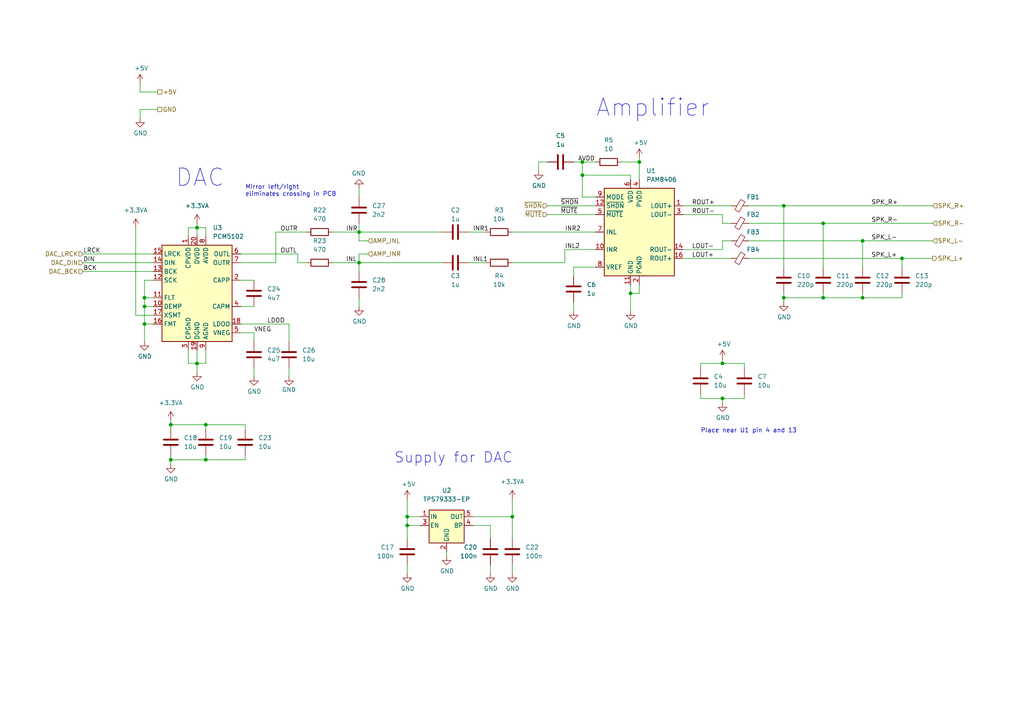
<source format=kicad_sch>
(kicad_sch (version 20211123) (generator eeschema)

  (uuid c03ba3a6-66eb-4a3f-80f8-5a2dc3443eca)

  (paper "A4")

  (lib_symbols
    (symbol "Audio:PCM5102" (in_bom yes) (on_board yes)
      (property "Reference" "U" (id 0) (at -10.16 13.97 0)
        (effects (font (size 1.27 1.27)) (justify left))
      )
      (property "Value" "PCM5102" (id 1) (at 3.81 13.97 0)
        (effects (font (size 1.27 1.27)) (justify left))
      )
      (property "Footprint" "Package_SO:TSSOP-20_4.4x6.5mm_P0.65mm" (id 2) (at -1.27 19.05 0)
        (effects (font (size 1.27 1.27)) hide)
      )
      (property "Datasheet" "http://www.ti.com/lit/ds/symlink/pcm5102.pdf" (id 3) (at -1.27 19.05 0)
        (effects (font (size 1.27 1.27)) hide)
      )
      (property "ki_keywords" "audio dac 2ch 32bit 384kHz" (id 4) (at 0 0 0)
        (effects (font (size 1.27 1.27)) hide)
      )
      (property "ki_description" "2VRMS DirectPath, 112dB Audio Stereo DAC with 32-bit, 384kHz PCM Interface, TSSOP-20" (id 5) (at 0 0 0)
        (effects (font (size 1.27 1.27)) hide)
      )
      (property "ki_fp_filters" "TSSOP*4.4x6.5mm*P0.65mm*" (id 6) (at 0 0 0)
        (effects (font (size 1.27 1.27)) hide)
      )
      (symbol "PCM5102_0_1"
        (rectangle (start -10.16 12.7) (end 10.16 -15.24)
          (stroke (width 0.254) (type default) (color 0 0 0 0))
          (fill (type background))
        )
      )
      (symbol "PCM5102_1_1"
        (pin passive line (at -2.54 15.24 270) (length 2.54)
          (name "CPVDD" (effects (font (size 1.27 1.27))))
          (number "1" (effects (font (size 1.27 1.27))))
        )
        (pin input line (at -12.7 -5.08 0) (length 2.54)
          (name "DEMP" (effects (font (size 1.27 1.27))))
          (number "10" (effects (font (size 1.27 1.27))))
        )
        (pin input line (at -12.7 -2.54 0) (length 2.54)
          (name "FLT" (effects (font (size 1.27 1.27))))
          (number "11" (effects (font (size 1.27 1.27))))
        )
        (pin input line (at -12.7 2.54 0) (length 2.54)
          (name "SCK" (effects (font (size 1.27 1.27))))
          (number "12" (effects (font (size 1.27 1.27))))
        )
        (pin input line (at -12.7 5.08 0) (length 2.54)
          (name "BCK" (effects (font (size 1.27 1.27))))
          (number "13" (effects (font (size 1.27 1.27))))
        )
        (pin input line (at -12.7 7.62 0) (length 2.54)
          (name "DIN" (effects (font (size 1.27 1.27))))
          (number "14" (effects (font (size 1.27 1.27))))
        )
        (pin input line (at -12.7 10.16 0) (length 2.54)
          (name "LRCK" (effects (font (size 1.27 1.27))))
          (number "15" (effects (font (size 1.27 1.27))))
        )
        (pin input line (at -12.7 -10.16 0) (length 2.54)
          (name "FMT" (effects (font (size 1.27 1.27))))
          (number "16" (effects (font (size 1.27 1.27))))
        )
        (pin input line (at -12.7 -7.62 0) (length 2.54)
          (name "XSMT" (effects (font (size 1.27 1.27))))
          (number "17" (effects (font (size 1.27 1.27))))
        )
        (pin passive line (at 12.7 -10.16 180) (length 2.54)
          (name "LDOO" (effects (font (size 1.27 1.27))))
          (number "18" (effects (font (size 1.27 1.27))))
        )
        (pin power_in line (at 0 -17.78 90) (length 2.54)
          (name "DGND" (effects (font (size 1.27 1.27))))
          (number "19" (effects (font (size 1.27 1.27))))
        )
        (pin passive line (at 12.7 2.54 180) (length 2.54)
          (name "CAPP" (effects (font (size 1.27 1.27))))
          (number "2" (effects (font (size 1.27 1.27))))
        )
        (pin power_in line (at 0 15.24 270) (length 2.54)
          (name "DVDD" (effects (font (size 1.27 1.27))))
          (number "20" (effects (font (size 1.27 1.27))))
        )
        (pin power_in line (at -2.54 -17.78 90) (length 2.54)
          (name "CPGND" (effects (font (size 1.27 1.27))))
          (number "3" (effects (font (size 1.27 1.27))))
        )
        (pin passive line (at 12.7 -5.08 180) (length 2.54)
          (name "CAPM" (effects (font (size 1.27 1.27))))
          (number "4" (effects (font (size 1.27 1.27))))
        )
        (pin passive line (at 12.7 -12.7 180) (length 2.54)
          (name "VNEG" (effects (font (size 1.27 1.27))))
          (number "5" (effects (font (size 1.27 1.27))))
        )
        (pin output line (at 12.7 10.16 180) (length 2.54)
          (name "OUTL" (effects (font (size 1.27 1.27))))
          (number "6" (effects (font (size 1.27 1.27))))
        )
        (pin output line (at 12.7 7.62 180) (length 2.54)
          (name "OUTR" (effects (font (size 1.27 1.27))))
          (number "7" (effects (font (size 1.27 1.27))))
        )
        (pin power_in line (at 2.54 15.24 270) (length 2.54)
          (name "AVDD" (effects (font (size 1.27 1.27))))
          (number "8" (effects (font (size 1.27 1.27))))
        )
        (pin power_in line (at 2.54 -17.78 90) (length 2.54)
          (name "AGND" (effects (font (size 1.27 1.27))))
          (number "9" (effects (font (size 1.27 1.27))))
        )
      )
    )
    (symbol "Device:C" (pin_numbers hide) (pin_names (offset 0.254)) (in_bom yes) (on_board yes)
      (property "Reference" "C" (id 0) (at 0.635 2.54 0)
        (effects (font (size 1.27 1.27)) (justify left))
      )
      (property "Value" "C" (id 1) (at 0.635 -2.54 0)
        (effects (font (size 1.27 1.27)) (justify left))
      )
      (property "Footprint" "" (id 2) (at 0.9652 -3.81 0)
        (effects (font (size 1.27 1.27)) hide)
      )
      (property "Datasheet" "~" (id 3) (at 0 0 0)
        (effects (font (size 1.27 1.27)) hide)
      )
      (property "ki_keywords" "cap capacitor" (id 4) (at 0 0 0)
        (effects (font (size 1.27 1.27)) hide)
      )
      (property "ki_description" "Unpolarized capacitor" (id 5) (at 0 0 0)
        (effects (font (size 1.27 1.27)) hide)
      )
      (property "ki_fp_filters" "C_*" (id 6) (at 0 0 0)
        (effects (font (size 1.27 1.27)) hide)
      )
      (symbol "C_0_1"
        (polyline
          (pts
            (xy -2.032 -0.762)
            (xy 2.032 -0.762)
          )
          (stroke (width 0.508) (type default) (color 0 0 0 0))
          (fill (type none))
        )
        (polyline
          (pts
            (xy -2.032 0.762)
            (xy 2.032 0.762)
          )
          (stroke (width 0.508) (type default) (color 0 0 0 0))
          (fill (type none))
        )
      )
      (symbol "C_1_1"
        (pin passive line (at 0 3.81 270) (length 2.794)
          (name "~" (effects (font (size 1.27 1.27))))
          (number "1" (effects (font (size 1.27 1.27))))
        )
        (pin passive line (at 0 -3.81 90) (length 2.794)
          (name "~" (effects (font (size 1.27 1.27))))
          (number "2" (effects (font (size 1.27 1.27))))
        )
      )
    )
    (symbol "Device:FerriteBead_Small" (pin_numbers hide) (pin_names (offset 0)) (in_bom yes) (on_board yes)
      (property "Reference" "FB" (id 0) (at 1.905 1.27 0)
        (effects (font (size 1.27 1.27)) (justify left))
      )
      (property "Value" "FerriteBead_Small" (id 1) (at 1.905 -1.27 0)
        (effects (font (size 1.27 1.27)) (justify left))
      )
      (property "Footprint" "" (id 2) (at -1.778 0 90)
        (effects (font (size 1.27 1.27)) hide)
      )
      (property "Datasheet" "~" (id 3) (at 0 0 0)
        (effects (font (size 1.27 1.27)) hide)
      )
      (property "ki_keywords" "L ferrite bead inductor filter" (id 4) (at 0 0 0)
        (effects (font (size 1.27 1.27)) hide)
      )
      (property "ki_description" "Ferrite bead, small symbol" (id 5) (at 0 0 0)
        (effects (font (size 1.27 1.27)) hide)
      )
      (property "ki_fp_filters" "Inductor_* L_* *Ferrite*" (id 6) (at 0 0 0)
        (effects (font (size 1.27 1.27)) hide)
      )
      (symbol "FerriteBead_Small_0_1"
        (polyline
          (pts
            (xy 0 -1.27)
            (xy 0 -0.7874)
          )
          (stroke (width 0) (type default) (color 0 0 0 0))
          (fill (type none))
        )
        (polyline
          (pts
            (xy 0 0.889)
            (xy 0 1.2954)
          )
          (stroke (width 0) (type default) (color 0 0 0 0))
          (fill (type none))
        )
        (polyline
          (pts
            (xy -1.8288 0.2794)
            (xy -1.1176 1.4986)
            (xy 1.8288 -0.2032)
            (xy 1.1176 -1.4224)
            (xy -1.8288 0.2794)
          )
          (stroke (width 0) (type default) (color 0 0 0 0))
          (fill (type none))
        )
      )
      (symbol "FerriteBead_Small_1_1"
        (pin passive line (at 0 2.54 270) (length 1.27)
          (name "~" (effects (font (size 1.27 1.27))))
          (number "1" (effects (font (size 1.27 1.27))))
        )
        (pin passive line (at 0 -2.54 90) (length 1.27)
          (name "~" (effects (font (size 1.27 1.27))))
          (number "2" (effects (font (size 1.27 1.27))))
        )
      )
    )
    (symbol "Device:R" (pin_numbers hide) (pin_names (offset 0)) (in_bom yes) (on_board yes)
      (property "Reference" "R" (id 0) (at 2.032 0 90)
        (effects (font (size 1.27 1.27)))
      )
      (property "Value" "R" (id 1) (at 0 0 90)
        (effects (font (size 1.27 1.27)))
      )
      (property "Footprint" "" (id 2) (at -1.778 0 90)
        (effects (font (size 1.27 1.27)) hide)
      )
      (property "Datasheet" "~" (id 3) (at 0 0 0)
        (effects (font (size 1.27 1.27)) hide)
      )
      (property "ki_keywords" "R res resistor" (id 4) (at 0 0 0)
        (effects (font (size 1.27 1.27)) hide)
      )
      (property "ki_description" "Resistor" (id 5) (at 0 0 0)
        (effects (font (size 1.27 1.27)) hide)
      )
      (property "ki_fp_filters" "R_*" (id 6) (at 0 0 0)
        (effects (font (size 1.27 1.27)) hide)
      )
      (symbol "R_0_1"
        (rectangle (start -1.016 -2.54) (end 1.016 2.54)
          (stroke (width 0.254) (type default) (color 0 0 0 0))
          (fill (type none))
        )
      )
      (symbol "R_1_1"
        (pin passive line (at 0 3.81 270) (length 1.27)
          (name "~" (effects (font (size 1.27 1.27))))
          (number "1" (effects (font (size 1.27 1.27))))
        )
        (pin passive line (at 0 -3.81 90) (length 1.27)
          (name "~" (effects (font (size 1.27 1.27))))
          (number "2" (effects (font (size 1.27 1.27))))
        )
      )
    )
    (symbol "Phoniebox:PAM8406" (in_bom yes) (on_board yes)
      (property "Reference" "U" (id 0) (at 1.27 16.51 0)
        (effects (font (size 1.27 1.27)))
      )
      (property "Value" "PAM8406" (id 1) (at 6.096 14.224 0)
        (effects (font (size 1.27 1.27)))
      )
      (property "Footprint" "Package_SO:SOP-16_3.9x9.9mm_P1.27mm" (id 2) (at 24.13 -24.13 0)
        (effects (font (size 1.27 1.27)) hide)
      )
      (property "Datasheet" "https://www.diodes.com/assets/Datasheets/PAM8406.pdf" (id 3) (at 31.75 -21.59 0)
        (effects (font (size 1.27 1.27)) hide)
      )
      (property "ki_keywords" "audio amplifier class d" (id 4) (at 0 0 0)
        (effects (font (size 1.27 1.27)) hide)
      )
      (property "ki_description" "3W Filterless Class-D Stereo Audio Amplifier, SOP-16" (id 5) (at 0 0 0)
        (effects (font (size 1.27 1.27)) hide)
      )
      (property "ki_fp_filters" "SOP*3.9x9.9mm*P1.27mm*" (id 6) (at 0 0 0)
        (effects (font (size 1.27 1.27)) hide)
      )
      (symbol "PAM8406_0_1"
        (rectangle (start -10.16 12.7) (end 10.16 -12.7)
          (stroke (width 0.254) (type default) (color 0 0 0 0))
          (fill (type background))
        )
      )
      (symbol "PAM8406_1_1"
        (pin output line (at 12.7 7.62 180) (length 2.54)
          (name "LOUT+" (effects (font (size 1.27 1.27))))
          (number "1" (effects (font (size 1.27 1.27))))
        )
        (pin input line (at -12.7 -5.08 0) (length 2.54)
          (name "INR" (effects (font (size 1.27 1.27))))
          (number "10" (effects (font (size 1.27 1.27))))
        )
        (pin power_in line (at -2.54 -15.24 90) (length 2.54)
          (name "GND" (effects (font (size 1.27 1.27))))
          (number "11" (effects (font (size 1.27 1.27))))
        )
        (pin input line (at -12.7 7.62 0) (length 2.54)
          (name "~{SHDN}" (effects (font (size 1.27 1.27))))
          (number "12" (effects (font (size 1.27 1.27))))
        )
        (pin passive line (at 0 15.24 270) (length 2.54) hide
          (name "PVDD" (effects (font (size 1.27 1.27))))
          (number "13" (effects (font (size 1.27 1.27))))
        )
        (pin output line (at 12.7 -5.08 180) (length 2.54)
          (name "ROUT-" (effects (font (size 1.27 1.27))))
          (number "14" (effects (font (size 1.27 1.27))))
        )
        (pin passive line (at 0 -15.24 90) (length 2.54) hide
          (name "PGND" (effects (font (size 1.27 1.27))))
          (number "15" (effects (font (size 1.27 1.27))))
        )
        (pin output line (at 12.7 -7.62 180) (length 2.54)
          (name "ROUT+" (effects (font (size 1.27 1.27))))
          (number "16" (effects (font (size 1.27 1.27))))
        )
        (pin power_in line (at 0 -15.24 90) (length 2.54)
          (name "PGND" (effects (font (size 1.27 1.27))))
          (number "2" (effects (font (size 1.27 1.27))))
        )
        (pin output line (at 12.7 5.08 180) (length 2.54)
          (name "LOUT-" (effects (font (size 1.27 1.27))))
          (number "3" (effects (font (size 1.27 1.27))))
        )
        (pin power_in line (at 0 15.24 270) (length 2.54)
          (name "PVDD" (effects (font (size 1.27 1.27))))
          (number "4" (effects (font (size 1.27 1.27))))
        )
        (pin input line (at -12.7 5.08 0) (length 2.54)
          (name "~{MUTE}" (effects (font (size 1.27 1.27))))
          (number "5" (effects (font (size 1.27 1.27))))
        )
        (pin power_in line (at -2.54 15.24 270) (length 2.54)
          (name "VDD" (effects (font (size 1.27 1.27))))
          (number "6" (effects (font (size 1.27 1.27))))
        )
        (pin input line (at -12.7 0 0) (length 2.54)
          (name "INL" (effects (font (size 1.27 1.27))))
          (number "7" (effects (font (size 1.27 1.27))))
        )
        (pin input line (at -12.7 -10.16 0) (length 2.54)
          (name "VREF" (effects (font (size 1.27 1.27))))
          (number "8" (effects (font (size 1.27 1.27))))
        )
        (pin input line (at -12.7 10.16 0) (length 2.54)
          (name "MODE" (effects (font (size 1.27 1.27))))
          (number "9" (effects (font (size 1.27 1.27))))
        )
      )
    )
    (symbol "Regulator_Linear:TPS79333-EP" (pin_names (offset 0.254)) (in_bom yes) (on_board yes)
      (property "Reference" "U" (id 0) (at -3.81 5.715 0)
        (effects (font (size 1.27 1.27)))
      )
      (property "Value" "TPS79333-EP" (id 1) (at 0 5.715 0)
        (effects (font (size 1.27 1.27)) (justify left))
      )
      (property "Footprint" "Package_TO_SOT_SMD:SOT-23-5" (id 2) (at 0 8.255 0)
        (effects (font (size 1.27 1.27) italic) hide)
      )
      (property "Datasheet" "http://www.ti.com/lit/ds/symlink/tps79333-ep.pdf" (id 3) (at 0 1.27 0)
        (effects (font (size 1.27 1.27)) hide)
      )
      (property "ki_keywords" "LDO Voltage Regulator 200mA" (id 4) (at 0 0 0)
        (effects (font (size 1.27 1.27)) hide)
      )
      (property "ki_description" "200mA UltraLow-Noise, High-Precision, Fast RF, Low Drop-out Voltage Regualtor, Fixed Output 3.3V, SOT-23" (id 5) (at 0 0 0)
        (effects (font (size 1.27 1.27)) hide)
      )
      (property "ki_fp_filters" "SOT?23*" (id 6) (at 0 0 0)
        (effects (font (size 1.27 1.27)) hide)
      )
      (symbol "TPS79333-EP_1_1"
        (rectangle (start 5.08 -5.08) (end -5.08 4.445)
          (stroke (width 0.254) (type default) (color 0 0 0 0))
          (fill (type background))
        )
        (pin power_in line (at -7.62 2.54 0) (length 2.54)
          (name "IN" (effects (font (size 1.27 1.27))))
          (number "1" (effects (font (size 1.27 1.27))))
        )
        (pin power_in line (at 0 -7.62 90) (length 2.54)
          (name "GND" (effects (font (size 1.27 1.27))))
          (number "2" (effects (font (size 1.27 1.27))))
        )
        (pin input line (at -7.62 0 0) (length 2.54)
          (name "EN" (effects (font (size 1.27 1.27))))
          (number "3" (effects (font (size 1.27 1.27))))
        )
        (pin bidirectional line (at 7.62 0 180) (length 2.54)
          (name "BP" (effects (font (size 1.27 1.27))))
          (number "4" (effects (font (size 1.27 1.27))))
        )
        (pin power_out line (at 7.62 2.54 180) (length 2.54)
          (name "OUT" (effects (font (size 1.27 1.27))))
          (number "5" (effects (font (size 1.27 1.27))))
        )
      )
    )
    (symbol "power:+3.3VA" (power) (pin_names (offset 0)) (in_bom yes) (on_board yes)
      (property "Reference" "#PWR" (id 0) (at 0 -3.81 0)
        (effects (font (size 1.27 1.27)) hide)
      )
      (property "Value" "+3.3VA" (id 1) (at 0 3.556 0)
        (effects (font (size 1.27 1.27)))
      )
      (property "Footprint" "" (id 2) (at 0 0 0)
        (effects (font (size 1.27 1.27)) hide)
      )
      (property "Datasheet" "" (id 3) (at 0 0 0)
        (effects (font (size 1.27 1.27)) hide)
      )
      (property "ki_keywords" "power-flag" (id 4) (at 0 0 0)
        (effects (font (size 1.27 1.27)) hide)
      )
      (property "ki_description" "Power symbol creates a global label with name \"+3.3VA\"" (id 5) (at 0 0 0)
        (effects (font (size 1.27 1.27)) hide)
      )
      (symbol "+3.3VA_0_1"
        (polyline
          (pts
            (xy -0.762 1.27)
            (xy 0 2.54)
          )
          (stroke (width 0) (type default) (color 0 0 0 0))
          (fill (type none))
        )
        (polyline
          (pts
            (xy 0 0)
            (xy 0 2.54)
          )
          (stroke (width 0) (type default) (color 0 0 0 0))
          (fill (type none))
        )
        (polyline
          (pts
            (xy 0 2.54)
            (xy 0.762 1.27)
          )
          (stroke (width 0) (type default) (color 0 0 0 0))
          (fill (type none))
        )
      )
      (symbol "+3.3VA_1_1"
        (pin power_in line (at 0 0 90) (length 0) hide
          (name "+3.3VA" (effects (font (size 1.27 1.27))))
          (number "1" (effects (font (size 1.27 1.27))))
        )
      )
    )
    (symbol "power:+5V" (power) (pin_names (offset 0)) (in_bom yes) (on_board yes)
      (property "Reference" "#PWR" (id 0) (at 0 -3.81 0)
        (effects (font (size 1.27 1.27)) hide)
      )
      (property "Value" "+5V" (id 1) (at 0 3.556 0)
        (effects (font (size 1.27 1.27)))
      )
      (property "Footprint" "" (id 2) (at 0 0 0)
        (effects (font (size 1.27 1.27)) hide)
      )
      (property "Datasheet" "" (id 3) (at 0 0 0)
        (effects (font (size 1.27 1.27)) hide)
      )
      (property "ki_keywords" "power-flag" (id 4) (at 0 0 0)
        (effects (font (size 1.27 1.27)) hide)
      )
      (property "ki_description" "Power symbol creates a global label with name \"+5V\"" (id 5) (at 0 0 0)
        (effects (font (size 1.27 1.27)) hide)
      )
      (symbol "+5V_0_1"
        (polyline
          (pts
            (xy -0.762 1.27)
            (xy 0 2.54)
          )
          (stroke (width 0) (type default) (color 0 0 0 0))
          (fill (type none))
        )
        (polyline
          (pts
            (xy 0 0)
            (xy 0 2.54)
          )
          (stroke (width 0) (type default) (color 0 0 0 0))
          (fill (type none))
        )
        (polyline
          (pts
            (xy 0 2.54)
            (xy 0.762 1.27)
          )
          (stroke (width 0) (type default) (color 0 0 0 0))
          (fill (type none))
        )
      )
      (symbol "+5V_1_1"
        (pin power_in line (at 0 0 90) (length 0) hide
          (name "+5V" (effects (font (size 1.27 1.27))))
          (number "1" (effects (font (size 1.27 1.27))))
        )
      )
    )
    (symbol "power:GND" (power) (pin_names (offset 0)) (in_bom yes) (on_board yes)
      (property "Reference" "#PWR" (id 0) (at 0 -6.35 0)
        (effects (font (size 1.27 1.27)) hide)
      )
      (property "Value" "GND" (id 1) (at 0 -3.81 0)
        (effects (font (size 1.27 1.27)))
      )
      (property "Footprint" "" (id 2) (at 0 0 0)
        (effects (font (size 1.27 1.27)) hide)
      )
      (property "Datasheet" "" (id 3) (at 0 0 0)
        (effects (font (size 1.27 1.27)) hide)
      )
      (property "ki_keywords" "power-flag" (id 4) (at 0 0 0)
        (effects (font (size 1.27 1.27)) hide)
      )
      (property "ki_description" "Power symbol creates a global label with name \"GND\" , ground" (id 5) (at 0 0 0)
        (effects (font (size 1.27 1.27)) hide)
      )
      (symbol "GND_0_1"
        (polyline
          (pts
            (xy 0 0)
            (xy 0 -1.27)
            (xy 1.27 -1.27)
            (xy 0 -2.54)
            (xy -1.27 -1.27)
            (xy 0 -1.27)
          )
          (stroke (width 0) (type default) (color 0 0 0 0))
          (fill (type none))
        )
      )
      (symbol "GND_1_1"
        (pin power_in line (at 0 0 270) (length 0) hide
          (name "GND" (effects (font (size 1.27 1.27))))
          (number "1" (effects (font (size 1.27 1.27))))
        )
      )
    )
  )

  (junction (at 185.42 46.99) (diameter 0) (color 0 0 0 0)
    (uuid 09ed56fc-cf3a-42da-be9a-3eddaeae0b3f)
  )
  (junction (at 182.88 85.09) (diameter 0) (color 0 0 0 0)
    (uuid 17c2e851-18b6-4435-986b-2d547fb6e941)
  )
  (junction (at 49.53 123.19) (diameter 0) (color 0 0 0 0)
    (uuid 2373b2d1-ada7-45e2-a532-cdc1a3aef903)
  )
  (junction (at 49.53 133.35) (diameter 0) (color 0 0 0 0)
    (uuid 3328d8a8-9bb7-44ee-b8df-4ee965fe6770)
  )
  (junction (at 238.76 64.77) (diameter 0) (color 0 0 0 0)
    (uuid 33342a92-5937-4eb5-a2fc-0349d3bdcef4)
  )
  (junction (at 209.55 105.41) (diameter 0) (color 0 0 0 0)
    (uuid 4b371f8a-8d39-45b5-a68d-209e35862195)
  )
  (junction (at 148.59 149.86) (diameter 0) (color 0 0 0 0)
    (uuid 4bcfc78b-e45a-40aa-9790-3914231991f4)
  )
  (junction (at 118.11 152.4) (diameter 0) (color 0 0 0 0)
    (uuid 4d2703c3-9f10-4f39-b94f-f5f37380649c)
  )
  (junction (at 168.91 46.99) (diameter 0) (color 0 0 0 0)
    (uuid 51a737fa-8508-4a14-9889-bbaed0b59ccb)
  )
  (junction (at 250.19 86.36) (diameter 0) (color 0 0 0 0)
    (uuid 53793cc2-bc6a-44cb-8011-245a4406f7a7)
  )
  (junction (at 250.19 69.85) (diameter 0) (color 0 0 0 0)
    (uuid 667a1ec7-059a-4fce-b753-a1220b2d7635)
  )
  (junction (at 41.91 88.9) (diameter 0) (color 0 0 0 0)
    (uuid 82f06d44-133e-4298-9ed2-bb4b3bd73a2e)
  )
  (junction (at 238.76 86.36) (diameter 0) (color 0 0 0 0)
    (uuid 8f78f42c-984b-4fc0-8cb1-249423540769)
  )
  (junction (at 57.15 105.41) (diameter 0) (color 0 0 0 0)
    (uuid 91aa4d61-f5c9-4d8b-a768-5424706086ac)
  )
  (junction (at 41.91 86.36) (diameter 0) (color 0 0 0 0)
    (uuid 9cf3fa94-226f-47a1-a71a-08347d275905)
  )
  (junction (at 41.91 93.98) (diameter 0) (color 0 0 0 0)
    (uuid 9e9839f8-2bc2-4866-bdc0-75b8bd95a074)
  )
  (junction (at 118.11 149.86) (diameter 0) (color 0 0 0 0)
    (uuid a3eb3e11-61d8-4dd6-bab8-f046447535cc)
  )
  (junction (at 209.55 115.57) (diameter 0) (color 0 0 0 0)
    (uuid b549a118-b939-4abd-abde-fa7907f5d4b1)
  )
  (junction (at 261.62 74.93) (diameter 0) (color 0 0 0 0)
    (uuid c0b3c55d-2c70-4bbb-b1c9-3f6e74406a77)
  )
  (junction (at 104.14 67.31) (diameter 0) (color 0 0 0 0)
    (uuid ca384823-f6d3-49df-b6f9-505be43544c2)
  )
  (junction (at 227.33 86.36) (diameter 0) (color 0 0 0 0)
    (uuid df34ce23-4335-4ca1-b23b-0a9c8acab013)
  )
  (junction (at 59.69 123.19) (diameter 0) (color 0 0 0 0)
    (uuid dfec4823-bcc7-4c44-8560-ec3d48820750)
  )
  (junction (at 104.14 76.2) (diameter 0) (color 0 0 0 0)
    (uuid f1f05908-b784-4d41-aed5-f53b21ad5ebf)
  )
  (junction (at 57.15 66.04) (diameter 0) (color 0 0 0 0)
    (uuid f23ecb7c-9bda-4ebc-ac83-03b041d72458)
  )
  (junction (at 168.91 50.8) (diameter 0) (color 0 0 0 0)
    (uuid f4cd182d-47d5-4472-bc60-e61d6320315d)
  )
  (junction (at 59.69 133.35) (diameter 0) (color 0 0 0 0)
    (uuid fce8aed7-793f-426f-a08b-81c83ad2d8dc)
  )
  (junction (at 227.33 59.69) (diameter 0) (color 0 0 0 0)
    (uuid fdeeb049-d9ad-40d7-8f2e-c825ad360aad)
  )

  (wire (pts (xy 198.12 72.39) (xy 209.55 72.39))
    (stroke (width 0) (type default) (color 0 0 0 0))
    (uuid 011330d7-8a8a-4a7a-a6a4-f7663a751d44)
  )
  (wire (pts (xy 57.15 105.41) (xy 57.15 107.95))
    (stroke (width 0) (type default) (color 0 0 0 0))
    (uuid 02ad81a5-b9cd-4bf6-97ee-1f7d004472f1)
  )
  (wire (pts (xy 69.85 81.28) (xy 73.66 81.28))
    (stroke (width 0) (type default) (color 0 0 0 0))
    (uuid 0876eabb-da8b-43da-a8af-b6c4f32a4db6)
  )
  (wire (pts (xy 166.37 80.01) (xy 166.37 77.47))
    (stroke (width 0) (type default) (color 0 0 0 0))
    (uuid 0925fe3a-34aa-4b07-b253-dc3c3b596b91)
  )
  (wire (pts (xy 49.53 133.35) (xy 49.53 134.62))
    (stroke (width 0) (type default) (color 0 0 0 0))
    (uuid 0b8ac6e6-1f62-4f75-9698-00207262ccd3)
  )
  (wire (pts (xy 59.69 68.58) (xy 59.69 66.04))
    (stroke (width 0) (type default) (color 0 0 0 0))
    (uuid 0c08148b-4528-426b-a18b-33f1c7c97396)
  )
  (wire (pts (xy 261.62 86.36) (xy 250.19 86.36))
    (stroke (width 0) (type default) (color 0 0 0 0))
    (uuid 0d537c3f-f1fc-474b-92e5-ccaf4677d353)
  )
  (wire (pts (xy 118.11 152.4) (xy 118.11 156.21))
    (stroke (width 0) (type default) (color 0 0 0 0))
    (uuid 0e232813-019e-496d-9cb8-5745aafc39e4)
  )
  (wire (pts (xy 156.21 46.99) (xy 158.75 46.99))
    (stroke (width 0) (type default) (color 0 0 0 0))
    (uuid 0ec31382-1018-47ba-b71b-9d8bb2751da9)
  )
  (wire (pts (xy 168.91 50.8) (xy 168.91 57.15))
    (stroke (width 0) (type default) (color 0 0 0 0))
    (uuid 1054c81a-5782-4c9f-834f-b16dd79a0bdb)
  )
  (wire (pts (xy 238.76 86.36) (xy 250.19 86.36))
    (stroke (width 0) (type default) (color 0 0 0 0))
    (uuid 12ea4e7e-721b-4499-bffb-9638d973d983)
  )
  (wire (pts (xy 185.42 45.72) (xy 185.42 46.99))
    (stroke (width 0) (type default) (color 0 0 0 0))
    (uuid 14eb4a03-dd7d-4838-a991-ecabecbefaa4)
  )
  (wire (pts (xy 135.89 76.2) (xy 140.97 76.2))
    (stroke (width 0) (type default) (color 0 0 0 0))
    (uuid 16e06ea6-296f-452c-ae9e-a23724e85dc0)
  )
  (wire (pts (xy 118.11 144.78) (xy 118.11 149.86))
    (stroke (width 0) (type default) (color 0 0 0 0))
    (uuid 19a54e72-7be7-4ab1-b268-46985424edb5)
  )
  (wire (pts (xy 54.61 68.58) (xy 54.61 66.04))
    (stroke (width 0) (type default) (color 0 0 0 0))
    (uuid 1a8176f5-31f1-4b10-819c-406c1397df4b)
  )
  (wire (pts (xy 118.11 149.86) (xy 118.11 152.4))
    (stroke (width 0) (type default) (color 0 0 0 0))
    (uuid 1bc62dc4-8a3e-4055-96fa-41bf86de5e14)
  )
  (wire (pts (xy 227.33 85.09) (xy 227.33 86.36))
    (stroke (width 0) (type default) (color 0 0 0 0))
    (uuid 1c271b94-2edb-4859-925c-25340b18a22f)
  )
  (wire (pts (xy 250.19 69.85) (xy 250.19 77.47))
    (stroke (width 0) (type default) (color 0 0 0 0))
    (uuid 1d9796f4-efb6-443a-98ba-263c65572fa1)
  )
  (wire (pts (xy 59.69 124.46) (xy 59.69 123.19))
    (stroke (width 0) (type default) (color 0 0 0 0))
    (uuid 1df7dfa8-edcf-46e3-a131-344fd9d91c3a)
  )
  (wire (pts (xy 182.88 82.55) (xy 182.88 85.09))
    (stroke (width 0) (type default) (color 0 0 0 0))
    (uuid 1e0ba06e-6804-4b4a-bc4a-bb71759cbece)
  )
  (wire (pts (xy 209.55 115.57) (xy 215.9 115.57))
    (stroke (width 0) (type default) (color 0 0 0 0))
    (uuid 1ef7ef7a-645e-4417-b95e-7590d6c19088)
  )
  (wire (pts (xy 129.54 160.02) (xy 129.54 161.29))
    (stroke (width 0) (type default) (color 0 0 0 0))
    (uuid 1f0fb882-29fb-4625-8d90-288a2afc720d)
  )
  (wire (pts (xy 203.2 105.41) (xy 209.55 105.41))
    (stroke (width 0) (type default) (color 0 0 0 0))
    (uuid 1f47ec7f-c48a-4a77-a62c-354823a13033)
  )
  (wire (pts (xy 69.85 93.98) (xy 83.82 93.98))
    (stroke (width 0) (type default) (color 0 0 0 0))
    (uuid 2094c216-eeba-40e1-9ab1-d3d66b109591)
  )
  (wire (pts (xy 24.13 76.2) (xy 44.45 76.2))
    (stroke (width 0) (type default) (color 0 0 0 0))
    (uuid 20f356f4-1dfc-408e-b1ca-6866ef57b971)
  )
  (wire (pts (xy 41.91 88.9) (xy 44.45 88.9))
    (stroke (width 0) (type default) (color 0 0 0 0))
    (uuid 2180e2f0-1c2a-40b8-ba27-68245019017e)
  )
  (wire (pts (xy 158.75 62.23) (xy 172.72 62.23))
    (stroke (width 0) (type default) (color 0 0 0 0))
    (uuid 25277325-b2c5-4cbf-9ef6-ad2ede679c87)
  )
  (wire (pts (xy 41.91 86.36) (xy 41.91 88.9))
    (stroke (width 0) (type default) (color 0 0 0 0))
    (uuid 27b6e7c2-a86e-47ac-9d96-83835c700741)
  )
  (wire (pts (xy 156.21 46.99) (xy 156.21 49.53))
    (stroke (width 0) (type default) (color 0 0 0 0))
    (uuid 2b063d92-62f6-473c-8c8f-9a85d8ff0f70)
  )
  (wire (pts (xy 238.76 64.77) (xy 270.51 64.77))
    (stroke (width 0) (type default) (color 0 0 0 0))
    (uuid 2cad7fa1-facf-4315-8999-5e39f56521c1)
  )
  (wire (pts (xy 39.37 66.04) (xy 39.37 91.44))
    (stroke (width 0) (type default) (color 0 0 0 0))
    (uuid 2fc1ba3f-4eef-4895-8212-03629e1ab37e)
  )
  (wire (pts (xy 166.37 87.63) (xy 166.37 90.17))
    (stroke (width 0) (type default) (color 0 0 0 0))
    (uuid 334f3442-6750-4c04-a94e-88777754e059)
  )
  (wire (pts (xy 227.33 86.36) (xy 227.33 87.63))
    (stroke (width 0) (type default) (color 0 0 0 0))
    (uuid 335be72d-3509-4822-a5a8-0bb0f796f508)
  )
  (wire (pts (xy 217.17 59.69) (xy 227.33 59.69))
    (stroke (width 0) (type default) (color 0 0 0 0))
    (uuid 366857e8-6682-47ef-a75b-345d70fa9bab)
  )
  (wire (pts (xy 209.55 62.23) (xy 209.55 64.77))
    (stroke (width 0) (type default) (color 0 0 0 0))
    (uuid 3788f6c1-3758-430f-b56b-cb1815e9c164)
  )
  (wire (pts (xy 69.85 96.52) (xy 73.66 96.52))
    (stroke (width 0) (type default) (color 0 0 0 0))
    (uuid 39127ac2-0dc7-4ab0-827d-522fc1124127)
  )
  (wire (pts (xy 49.53 132.08) (xy 49.53 133.35))
    (stroke (width 0) (type default) (color 0 0 0 0))
    (uuid 39960484-df6e-4e2a-9002-aa8e52dc5b63)
  )
  (wire (pts (xy 57.15 66.04) (xy 59.69 66.04))
    (stroke (width 0) (type default) (color 0 0 0 0))
    (uuid 3a034c38-ba8c-48c4-91e1-e14d127fd7d0)
  )
  (wire (pts (xy 142.24 163.83) (xy 142.24 166.37))
    (stroke (width 0) (type default) (color 0 0 0 0))
    (uuid 3adb20bc-8cee-4e18-8d91-430fab299b06)
  )
  (wire (pts (xy 168.91 46.99) (xy 172.72 46.99))
    (stroke (width 0) (type default) (color 0 0 0 0))
    (uuid 3d0dd42c-20a7-4a19-b2e3-872bdd4fd19a)
  )
  (wire (pts (xy 182.88 85.09) (xy 185.42 85.09))
    (stroke (width 0) (type default) (color 0 0 0 0))
    (uuid 3db3fa08-3fe9-4b47-bc39-f946ab922933)
  )
  (wire (pts (xy 54.61 105.41) (xy 54.61 101.6))
    (stroke (width 0) (type default) (color 0 0 0 0))
    (uuid 4298f065-c4c8-4f1c-829b-ce0a75c7e6fa)
  )
  (wire (pts (xy 40.64 26.67) (xy 45.72 26.67))
    (stroke (width 0) (type default) (color 0 0 0 0))
    (uuid 459bf0fb-244e-47e7-b47f-8ce4c6f836c2)
  )
  (wire (pts (xy 40.64 31.75) (xy 45.72 31.75))
    (stroke (width 0) (type default) (color 0 0 0 0))
    (uuid 46899fbb-7f62-4e9d-bbde-e393022f4bb0)
  )
  (wire (pts (xy 83.82 106.68) (xy 83.82 109.22))
    (stroke (width 0) (type default) (color 0 0 0 0))
    (uuid 48c09470-4656-44e4-bde8-8b1245396de9)
  )
  (wire (pts (xy 182.88 85.09) (xy 182.88 90.17))
    (stroke (width 0) (type default) (color 0 0 0 0))
    (uuid 4d7000c4-0cff-48ec-9995-c666199caaf6)
  )
  (wire (pts (xy 44.45 78.74) (xy 24.13 78.74))
    (stroke (width 0) (type default) (color 0 0 0 0))
    (uuid 4dd7f6e4-00b6-4d36-b6f2-3846a8f315f9)
  )
  (wire (pts (xy 148.59 163.83) (xy 148.59 166.37))
    (stroke (width 0) (type default) (color 0 0 0 0))
    (uuid 4fdea230-388a-454a-8743-83266bca54fc)
  )
  (wire (pts (xy 41.91 93.98) (xy 41.91 99.06))
    (stroke (width 0) (type default) (color 0 0 0 0))
    (uuid 53412044-e0ae-47f5-8a93-60bdac98ec20)
  )
  (wire (pts (xy 41.91 81.28) (xy 41.91 86.36))
    (stroke (width 0) (type default) (color 0 0 0 0))
    (uuid 5720cda8-94b7-4496-ae60-cb7881cf8475)
  )
  (wire (pts (xy 41.91 93.98) (xy 44.45 93.98))
    (stroke (width 0) (type default) (color 0 0 0 0))
    (uuid 591ec869-cb2b-4dc6-b966-dd0081aec18e)
  )
  (wire (pts (xy 54.61 105.41) (xy 57.15 105.41))
    (stroke (width 0) (type default) (color 0 0 0 0))
    (uuid 592164d8-0749-4746-bbd4-60c72e660b00)
  )
  (wire (pts (xy 227.33 59.69) (xy 227.33 77.47))
    (stroke (width 0) (type default) (color 0 0 0 0))
    (uuid 598b195d-8e2c-411c-867d-642267cb3c24)
  )
  (wire (pts (xy 185.42 46.99) (xy 185.42 52.07))
    (stroke (width 0) (type default) (color 0 0 0 0))
    (uuid 5ace6ebf-5b34-49ea-80c4-884026bbdbca)
  )
  (wire (pts (xy 104.14 73.66) (xy 106.68 73.66))
    (stroke (width 0) (type default) (color 0 0 0 0))
    (uuid 5b2d36a9-9990-4edc-97fd-6add039c8717)
  )
  (wire (pts (xy 148.59 67.31) (xy 172.72 67.31))
    (stroke (width 0) (type default) (color 0 0 0 0))
    (uuid 5de4b51c-9337-477b-9493-675e7b780fdf)
  )
  (wire (pts (xy 69.85 73.66) (xy 86.36 73.66))
    (stroke (width 0) (type default) (color 0 0 0 0))
    (uuid 5e6314e5-0f86-4ade-a856-cfe3ab24ed86)
  )
  (wire (pts (xy 182.88 52.07) (xy 182.88 50.8))
    (stroke (width 0) (type default) (color 0 0 0 0))
    (uuid 60c806ea-b049-407a-bb4e-866c2cea8912)
  )
  (wire (pts (xy 203.2 106.68) (xy 203.2 105.41))
    (stroke (width 0) (type default) (color 0 0 0 0))
    (uuid 6294343b-49f5-482c-a015-8adb97fc42ea)
  )
  (wire (pts (xy 198.12 74.93) (xy 212.09 74.93))
    (stroke (width 0) (type default) (color 0 0 0 0))
    (uuid 64ae0e34-1c1f-4f0a-805c-53e62ffd1eb8)
  )
  (wire (pts (xy 118.11 163.83) (xy 118.11 166.37))
    (stroke (width 0) (type default) (color 0 0 0 0))
    (uuid 64ca046a-a0d8-4f27-a493-28abfaeab608)
  )
  (wire (pts (xy 209.55 69.85) (xy 212.09 69.85))
    (stroke (width 0) (type default) (color 0 0 0 0))
    (uuid 64e78f5c-bf03-486f-8774-37e7356493e6)
  )
  (wire (pts (xy 168.91 57.15) (xy 172.72 57.15))
    (stroke (width 0) (type default) (color 0 0 0 0))
    (uuid 6b13cb01-652b-4f68-9cbd-c5a458ed6a3b)
  )
  (wire (pts (xy 203.2 114.3) (xy 203.2 115.57))
    (stroke (width 0) (type default) (color 0 0 0 0))
    (uuid 6feb2111-ebaa-4c31-9edd-3af5a75a5662)
  )
  (wire (pts (xy 49.53 123.19) (xy 59.69 123.19))
    (stroke (width 0) (type default) (color 0 0 0 0))
    (uuid 70488219-d24e-4f3a-9807-ce9ebbabc365)
  )
  (wire (pts (xy 104.14 67.31) (xy 104.14 69.85))
    (stroke (width 0) (type default) (color 0 0 0 0))
    (uuid 71df160d-758d-4034-a01f-d9425bfda3b2)
  )
  (wire (pts (xy 118.11 149.86) (xy 121.92 149.86))
    (stroke (width 0) (type default) (color 0 0 0 0))
    (uuid 72f3b0e9-035d-42b3-90a4-e8b4f1bba81a)
  )
  (wire (pts (xy 57.15 64.77) (xy 57.15 66.04))
    (stroke (width 0) (type default) (color 0 0 0 0))
    (uuid 73b2bea6-54fa-46ec-be9a-4750c618d6db)
  )
  (wire (pts (xy 137.16 149.86) (xy 148.59 149.86))
    (stroke (width 0) (type default) (color 0 0 0 0))
    (uuid 75431603-38b4-4239-b411-2a44faf7e20c)
  )
  (wire (pts (xy 215.9 105.41) (xy 209.55 105.41))
    (stroke (width 0) (type default) (color 0 0 0 0))
    (uuid 7648de3d-7d67-4971-9b44-82a989ad5772)
  )
  (wire (pts (xy 227.33 59.69) (xy 270.51 59.69))
    (stroke (width 0) (type default) (color 0 0 0 0))
    (uuid 768fc85e-085a-41fe-901c-b4c15b1dd0c2)
  )
  (wire (pts (xy 59.69 105.41) (xy 57.15 105.41))
    (stroke (width 0) (type default) (color 0 0 0 0))
    (uuid 7852e63b-c4fe-47c3-937f-6edbeff59c88)
  )
  (wire (pts (xy 217.17 69.85) (xy 250.19 69.85))
    (stroke (width 0) (type default) (color 0 0 0 0))
    (uuid 7a6aeba3-b884-42c8-8e93-ee7834f9ea43)
  )
  (wire (pts (xy 198.12 62.23) (xy 209.55 62.23))
    (stroke (width 0) (type default) (color 0 0 0 0))
    (uuid 7ad5e991-2aeb-48e4-975e-aaa8e0f03e5f)
  )
  (wire (pts (xy 168.91 50.8) (xy 182.88 50.8))
    (stroke (width 0) (type default) (color 0 0 0 0))
    (uuid 7b47f45f-4b1b-4edc-803f-73cb567aff8d)
  )
  (wire (pts (xy 40.64 34.29) (xy 40.64 31.75))
    (stroke (width 0) (type default) (color 0 0 0 0))
    (uuid 7cdf8c48-53e2-4a59-ad34-68371031fb9a)
  )
  (wire (pts (xy 261.62 74.93) (xy 270.51 74.93))
    (stroke (width 0) (type default) (color 0 0 0 0))
    (uuid 7d265a86-201f-4803-a2bd-47272c8608db)
  )
  (wire (pts (xy 238.76 86.36) (xy 227.33 86.36))
    (stroke (width 0) (type default) (color 0 0 0 0))
    (uuid 7d9fe507-18c3-42e2-9b67-056c6b14f1be)
  )
  (wire (pts (xy 41.91 88.9) (xy 41.91 93.98))
    (stroke (width 0) (type default) (color 0 0 0 0))
    (uuid 7dee1588-0f6b-4509-810e-a9879f35ce60)
  )
  (wire (pts (xy 209.55 115.57) (xy 209.55 116.84))
    (stroke (width 0) (type default) (color 0 0 0 0))
    (uuid 838b0141-7225-4bfb-b291-808b16e0b181)
  )
  (wire (pts (xy 148.59 149.86) (xy 148.59 156.21))
    (stroke (width 0) (type default) (color 0 0 0 0))
    (uuid 846a7519-2e4e-4377-8983-e30dc8b67259)
  )
  (wire (pts (xy 59.69 101.6) (xy 59.69 105.41))
    (stroke (width 0) (type default) (color 0 0 0 0))
    (uuid 88d146dc-fd88-4884-a9cc-2a23c45879d7)
  )
  (wire (pts (xy 217.17 64.77) (xy 238.76 64.77))
    (stroke (width 0) (type default) (color 0 0 0 0))
    (uuid 8900d7ac-8c9c-4564-a63b-1b0b738dd651)
  )
  (wire (pts (xy 57.15 101.6) (xy 57.15 105.41))
    (stroke (width 0) (type default) (color 0 0 0 0))
    (uuid 89accaa3-4d5b-4ea6-97c9-f6dbed1156e6)
  )
  (wire (pts (xy 69.85 88.9) (xy 73.66 88.9))
    (stroke (width 0) (type default) (color 0 0 0 0))
    (uuid 8f1dd3b5-0000-48f6-a264-9c1f17f10e26)
  )
  (wire (pts (xy 80.01 76.2) (xy 80.01 67.31))
    (stroke (width 0) (type default) (color 0 0 0 0))
    (uuid 90bd00e4-2893-44b6-b908-02de7b3086c4)
  )
  (wire (pts (xy 148.59 144.78) (xy 148.59 149.86))
    (stroke (width 0) (type default) (color 0 0 0 0))
    (uuid 916a13d8-088c-4cff-a82f-17e3206ba47d)
  )
  (wire (pts (xy 86.36 76.2) (xy 88.9 76.2))
    (stroke (width 0) (type default) (color 0 0 0 0))
    (uuid 91bae8c9-c4fb-4e8e-a97d-6045614478a7)
  )
  (wire (pts (xy 198.12 59.69) (xy 212.09 59.69))
    (stroke (width 0) (type default) (color 0 0 0 0))
    (uuid 95925504-ad29-4b79-ba6a-d0d9fb8a0d76)
  )
  (wire (pts (xy 96.52 76.2) (xy 104.14 76.2))
    (stroke (width 0) (type default) (color 0 0 0 0))
    (uuid 986371dd-4ec7-4676-8caf-a706bf98c124)
  )
  (wire (pts (xy 83.82 93.98) (xy 83.82 99.06))
    (stroke (width 0) (type default) (color 0 0 0 0))
    (uuid 9b70899d-d414-4d6d-afcd-36df2d1155af)
  )
  (wire (pts (xy 24.13 73.66) (xy 44.45 73.66))
    (stroke (width 0) (type default) (color 0 0 0 0))
    (uuid 9c0df81b-d564-459f-82b0-24cdaa771622)
  )
  (wire (pts (xy 104.14 64.77) (xy 104.14 67.31))
    (stroke (width 0) (type default) (color 0 0 0 0))
    (uuid a32525ad-7d2d-429c-b062-dc72351bea5b)
  )
  (wire (pts (xy 163.83 72.39) (xy 163.83 76.2))
    (stroke (width 0) (type default) (color 0 0 0 0))
    (uuid a4e82230-7655-4676-98c2-9fe80e17cf60)
  )
  (wire (pts (xy 209.55 64.77) (xy 212.09 64.77))
    (stroke (width 0) (type default) (color 0 0 0 0))
    (uuid a9ce7246-952e-4577-a554-4e85967bfdfb)
  )
  (wire (pts (xy 180.34 46.99) (xy 185.42 46.99))
    (stroke (width 0) (type default) (color 0 0 0 0))
    (uuid abc54a6a-2986-476c-b278-b436303834f5)
  )
  (wire (pts (xy 203.2 115.57) (xy 209.55 115.57))
    (stroke (width 0) (type default) (color 0 0 0 0))
    (uuid aee4e5e4-6807-4539-b966-4060f4ac3fae)
  )
  (wire (pts (xy 250.19 85.09) (xy 250.19 86.36))
    (stroke (width 0) (type default) (color 0 0 0 0))
    (uuid b13c4e06-a25d-45d5-9c7d-a0680960fb75)
  )
  (wire (pts (xy 166.37 77.47) (xy 172.72 77.47))
    (stroke (width 0) (type default) (color 0 0 0 0))
    (uuid b2a5a9ea-121d-409a-96ca-0da09e0675e3)
  )
  (wire (pts (xy 80.01 67.31) (xy 88.9 67.31))
    (stroke (width 0) (type default) (color 0 0 0 0))
    (uuid b2b3215f-a3d4-4b9f-b1ca-f0de6949c58d)
  )
  (wire (pts (xy 215.9 114.3) (xy 215.9 115.57))
    (stroke (width 0) (type default) (color 0 0 0 0))
    (uuid b2ba160e-8f50-4c82-a770-22a9538831d1)
  )
  (wire (pts (xy 59.69 123.19) (xy 71.12 123.19))
    (stroke (width 0) (type default) (color 0 0 0 0))
    (uuid b4103d04-606b-4cc7-ae0c-a24b9c1c45a9)
  )
  (wire (pts (xy 209.55 72.39) (xy 209.55 69.85))
    (stroke (width 0) (type default) (color 0 0 0 0))
    (uuid b428baab-7edd-4a2d-8396-adc44ffd4b6d)
  )
  (wire (pts (xy 49.53 133.35) (xy 59.69 133.35))
    (stroke (width 0) (type default) (color 0 0 0 0))
    (uuid b42dd331-9b88-4da9-bc82-3eb05daee323)
  )
  (wire (pts (xy 104.14 67.31) (xy 128.27 67.31))
    (stroke (width 0) (type default) (color 0 0 0 0))
    (uuid b8ff3177-8e62-4730-ab56-798b64d7b029)
  )
  (wire (pts (xy 137.16 152.4) (xy 142.24 152.4))
    (stroke (width 0) (type default) (color 0 0 0 0))
    (uuid b93c8e05-7a8b-41fc-a67f-143f71337d84)
  )
  (wire (pts (xy 96.52 67.31) (xy 104.14 67.31))
    (stroke (width 0) (type default) (color 0 0 0 0))
    (uuid bcf2e411-f3fb-40bd-9d94-1b2bb473d2ba)
  )
  (wire (pts (xy 172.72 72.39) (xy 163.83 72.39))
    (stroke (width 0) (type default) (color 0 0 0 0))
    (uuid bd4d1cd1-488f-4125-b9a2-cd947f48d3f3)
  )
  (wire (pts (xy 261.62 85.09) (xy 261.62 86.36))
    (stroke (width 0) (type default) (color 0 0 0 0))
    (uuid be2a66cf-ba9e-43c9-8151-8294e7a72224)
  )
  (wire (pts (xy 44.45 81.28) (xy 41.91 81.28))
    (stroke (width 0) (type default) (color 0 0 0 0))
    (uuid c195bf27-5d2a-478b-8280-f63afa7c295b)
  )
  (wire (pts (xy 73.66 96.52) (xy 73.66 99.06))
    (stroke (width 0) (type default) (color 0 0 0 0))
    (uuid c1cbb0b8-4703-45b2-90a8-4c7bf9ecf134)
  )
  (wire (pts (xy 86.36 73.66) (xy 86.36 76.2))
    (stroke (width 0) (type default) (color 0 0 0 0))
    (uuid c337eccd-84a3-4807-8b37-3514d23c9ad0)
  )
  (wire (pts (xy 57.15 66.04) (xy 57.15 68.58))
    (stroke (width 0) (type default) (color 0 0 0 0))
    (uuid c444c3c2-be5a-4128-9ef0-79d1c68b27a8)
  )
  (wire (pts (xy 69.85 76.2) (xy 80.01 76.2))
    (stroke (width 0) (type default) (color 0 0 0 0))
    (uuid c57da7b0-f2a5-4efe-ae08-f00ec328b513)
  )
  (wire (pts (xy 104.14 76.2) (xy 104.14 73.66))
    (stroke (width 0) (type default) (color 0 0 0 0))
    (uuid c74e0fd9-e0c3-4cc0-bb9c-2fa5920f1601)
  )
  (wire (pts (xy 54.61 66.04) (xy 57.15 66.04))
    (stroke (width 0) (type default) (color 0 0 0 0))
    (uuid ca9ce852-f295-48e3-aa8c-a3c455dbe038)
  )
  (wire (pts (xy 168.91 46.99) (xy 168.91 50.8))
    (stroke (width 0) (type default) (color 0 0 0 0))
    (uuid cec5c8b4-4cc1-4a01-8df2-d941be6c4ca7)
  )
  (wire (pts (xy 104.14 76.2) (xy 128.27 76.2))
    (stroke (width 0) (type default) (color 0 0 0 0))
    (uuid cfb5418f-9928-4a9b-b06f-a7f027bdb65c)
  )
  (wire (pts (xy 104.14 69.85) (xy 106.68 69.85))
    (stroke (width 0) (type default) (color 0 0 0 0))
    (uuid d10965af-38d4-4b55-bd89-ee61213e83ca)
  )
  (wire (pts (xy 49.53 121.92) (xy 49.53 123.19))
    (stroke (width 0) (type default) (color 0 0 0 0))
    (uuid d1916eea-51f7-4eae-9d74-be240a73cf19)
  )
  (wire (pts (xy 49.53 124.46) (xy 49.53 123.19))
    (stroke (width 0) (type default) (color 0 0 0 0))
    (uuid d1f6ef34-13dc-4b3a-84e3-66e0cf21f285)
  )
  (wire (pts (xy 215.9 106.68) (xy 215.9 105.41))
    (stroke (width 0) (type default) (color 0 0 0 0))
    (uuid d7046ad7-22ec-457f-aa05-d91cfab5389b)
  )
  (wire (pts (xy 158.75 59.69) (xy 172.72 59.69))
    (stroke (width 0) (type default) (color 0 0 0 0))
    (uuid d88dee45-69b8-449c-9bd5-060033b867ce)
  )
  (wire (pts (xy 104.14 54.61) (xy 104.14 57.15))
    (stroke (width 0) (type default) (color 0 0 0 0))
    (uuid dd2111e7-f5c9-432d-ad14-35392fcd3554)
  )
  (wire (pts (xy 217.17 74.93) (xy 261.62 74.93))
    (stroke (width 0) (type default) (color 0 0 0 0))
    (uuid dd47fbe5-c80f-46e3-9d4a-acecaafc7b7f)
  )
  (wire (pts (xy 59.69 133.35) (xy 71.12 133.35))
    (stroke (width 0) (type default) (color 0 0 0 0))
    (uuid df20d09f-35ff-4ab8-8404-673fcd38ee2f)
  )
  (wire (pts (xy 71.12 124.46) (xy 71.12 123.19))
    (stroke (width 0) (type default) (color 0 0 0 0))
    (uuid e03c6879-f93b-4d0c-94b1-fed95e3d5e2a)
  )
  (wire (pts (xy 59.69 132.08) (xy 59.69 133.35))
    (stroke (width 0) (type default) (color 0 0 0 0))
    (uuid e12357d0-503f-456e-bf0e-145239a57955)
  )
  (wire (pts (xy 250.19 69.85) (xy 270.51 69.85))
    (stroke (width 0) (type default) (color 0 0 0 0))
    (uuid e39cb536-bcb3-40ce-bca9-45f3df1b4776)
  )
  (wire (pts (xy 142.24 152.4) (xy 142.24 156.21))
    (stroke (width 0) (type default) (color 0 0 0 0))
    (uuid e5fa2937-af50-40a1-817c-451432a01c24)
  )
  (wire (pts (xy 135.89 67.31) (xy 140.97 67.31))
    (stroke (width 0) (type default) (color 0 0 0 0))
    (uuid e6e23f6f-a960-46dd-aeaf-8d61d0015649)
  )
  (wire (pts (xy 261.62 74.93) (xy 261.62 77.47))
    (stroke (width 0) (type default) (color 0 0 0 0))
    (uuid ea753fd3-565d-48d4-86d5-251ed7ebf396)
  )
  (wire (pts (xy 44.45 91.44) (xy 39.37 91.44))
    (stroke (width 0) (type default) (color 0 0 0 0))
    (uuid eb1ac70a-99b2-4b1e-8f42-76d121e2ce18)
  )
  (wire (pts (xy 104.14 86.36) (xy 104.14 88.9))
    (stroke (width 0) (type default) (color 0 0 0 0))
    (uuid ee6ab99e-b72f-4083-a59b-706e4f240b35)
  )
  (wire (pts (xy 148.59 76.2) (xy 163.83 76.2))
    (stroke (width 0) (type default) (color 0 0 0 0))
    (uuid f0a0c992-c605-4b44-99ef-a88f50edcb14)
  )
  (wire (pts (xy 71.12 132.08) (xy 71.12 133.35))
    (stroke (width 0) (type default) (color 0 0 0 0))
    (uuid f1c56745-2daf-4435-b147-7e042b70b34a)
  )
  (wire (pts (xy 40.64 24.13) (xy 40.64 26.67))
    (stroke (width 0) (type default) (color 0 0 0 0))
    (uuid f29e6d5f-ee24-45bd-989d-e2546eb9d9c9)
  )
  (wire (pts (xy 73.66 106.68) (xy 73.66 109.22))
    (stroke (width 0) (type default) (color 0 0 0 0))
    (uuid f351f281-0668-4768-9e89-6e0dcce9cb89)
  )
  (wire (pts (xy 238.76 85.09) (xy 238.76 86.36))
    (stroke (width 0) (type default) (color 0 0 0 0))
    (uuid f375f187-b675-47f1-909f-dd193818442b)
  )
  (wire (pts (xy 121.92 152.4) (xy 118.11 152.4))
    (stroke (width 0) (type default) (color 0 0 0 0))
    (uuid f6cdce84-2a28-43d5-9702-cc0876243a28)
  )
  (wire (pts (xy 41.91 86.36) (xy 44.45 86.36))
    (stroke (width 0) (type default) (color 0 0 0 0))
    (uuid f7be713e-b5ee-4f99-bc4a-fdf08fb92a7b)
  )
  (wire (pts (xy 185.42 82.55) (xy 185.42 85.09))
    (stroke (width 0) (type default) (color 0 0 0 0))
    (uuid f9bc3317-e1f0-4a39-a1f8-fa68c300850a)
  )
  (wire (pts (xy 166.37 46.99) (xy 168.91 46.99))
    (stroke (width 0) (type default) (color 0 0 0 0))
    (uuid fa1bb6f1-3923-4684-96c9-89fa6a9b72d9)
  )
  (wire (pts (xy 104.14 76.2) (xy 104.14 78.74))
    (stroke (width 0) (type default) (color 0 0 0 0))
    (uuid fd9db18b-248f-4740-ab11-c2c354eef7e3)
  )
  (wire (pts (xy 209.55 104.14) (xy 209.55 105.41))
    (stroke (width 0) (type default) (color 0 0 0 0))
    (uuid fde8987b-0dcf-4723-a838-2c6af86451a2)
  )
  (wire (pts (xy 238.76 64.77) (xy 238.76 77.47))
    (stroke (width 0) (type default) (color 0 0 0 0))
    (uuid fe94f18c-274e-4982-b04e-e448e95ac5ed)
  )

  (text "DAC" (at 50.8 54.61 0)
    (effects (font (size 5 5)) (justify left bottom))
    (uuid 075bee2c-beca-4db8-877a-7f2f065a1fa6)
  )
  (text "Supply for DAC" (at 114.3 134.62 0)
    (effects (font (size 3 3)) (justify left bottom))
    (uuid 2975e891-993d-4621-a57d-36495abcd198)
  )
  (text "Place near U1 pin 4 and 13" (at 203.2 125.73 0)
    (effects (font (size 1.27 1.27)) (justify left bottom))
    (uuid b55deb88-ed67-48c8-96ef-ba1c90483526)
  )
  (text "Mirror left/right\neliminates crossing in PCB" (at 71.12 57.15 0)
    (effects (font (size 1.27 1.27)) (justify left bottom))
    (uuid be5eef47-b7ee-44f3-859a-b51871aae041)
  )
  (text "Amplifier" (at 172.72 34.29 0)
    (effects (font (size 5 5)) (justify left bottom))
    (uuid f3e4615f-9611-45dd-9f0d-2d7ba9ea2c77)
  )

  (label "LOUT+" (at 200.66 74.93 0)
    (effects (font (size 1.27 1.27)) (justify left bottom))
    (uuid 08e5161d-1bf1-475c-99d8-eb178b231e88)
  )
  (label "INL" (at 100.33 76.2 0)
    (effects (font (size 1.27 1.27)) (justify left bottom))
    (uuid 18f7b3a2-2fe3-4321-b2f5-d9148351adea)
  )
  (label "SPK_R-" (at 252.73 64.77 0)
    (effects (font (size 1.27 1.27)) (justify left bottom))
    (uuid 1a822aa1-622d-46b1-9994-c1170107d2c9)
  )
  (label "AVDD" (at 167.64 46.99 0)
    (effects (font (size 1.27 1.27)) (justify left bottom))
    (uuid 2d0e5072-58a9-4b1a-aae5-5f3205a295bb)
  )
  (label "BCK" (at 24.13 78.74 0)
    (effects (font (size 1.27 1.27)) (justify left bottom))
    (uuid 36777479-a905-4f2a-85b3-28493b8fba87)
  )
  (label "INL1" (at 137.16 76.2 0)
    (effects (font (size 1.27 1.27)) (justify left bottom))
    (uuid 3936cea2-e68c-4b69-aeb4-5c479abd3b4b)
  )
  (label "LOUT-" (at 200.66 72.39 0)
    (effects (font (size 1.27 1.27)) (justify left bottom))
    (uuid 3c16eaf5-4cc1-4093-adf5-70f2c46b7bb3)
  )
  (label "~{SHDN}" (at 162.56 59.69 0)
    (effects (font (size 1.27 1.27)) (justify left bottom))
    (uuid 41fddad7-d21a-465c-b8ff-8517f0c7f1f0)
  )
  (label "SPK_R+" (at 252.73 59.69 0)
    (effects (font (size 1.27 1.27)) (justify left bottom))
    (uuid 513e271d-ab66-494a-91bd-be2dacc03c33)
  )
  (label "VNEG" (at 73.66 96.52 0)
    (effects (font (size 1.27 1.27)) (justify left bottom))
    (uuid 52640e92-225a-4682-b86c-2e23cfa8f540)
  )
  (label "ROUT-" (at 200.66 62.23 0)
    (effects (font (size 1.27 1.27)) (justify left bottom))
    (uuid 543aca84-2e81-450c-ac51-ad5982aff876)
  )
  (label "OUTR" (at 81.28 67.31 0)
    (effects (font (size 1.27 1.27)) (justify left bottom))
    (uuid 5b80442f-52d6-4c92-b867-f8f38ab9459f)
  )
  (label "INR2" (at 163.83 67.31 0)
    (effects (font (size 1.27 1.27)) (justify left bottom))
    (uuid 5bb275aa-a8aa-4bd6-99d1-c6ab5403d595)
  )
  (label "INL2" (at 163.83 72.39 0)
    (effects (font (size 1.27 1.27)) (justify left bottom))
    (uuid 5bba1b4f-8dc4-42ce-ae83-de8e223e2307)
  )
  (label "INR" (at 100.33 67.31 0)
    (effects (font (size 1.27 1.27)) (justify left bottom))
    (uuid 60f1d920-6269-4770-8346-a41098949a17)
  )
  (label "DIN" (at 24.13 76.2 0)
    (effects (font (size 1.27 1.27)) (justify left bottom))
    (uuid 64e58a89-3e09-4b71-939b-d29c6b62743f)
  )
  (label "SPK_L+" (at 252.73 74.93 0)
    (effects (font (size 1.27 1.27)) (justify left bottom))
    (uuid 761c5d1e-e1b5-464d-bf45-c791413b7233)
  )
  (label "OUTL" (at 81.28 73.66 0)
    (effects (font (size 1.27 1.27)) (justify left bottom))
    (uuid 9ce02b3b-5295-4c17-8e1f-25b0aa2aa7a2)
  )
  (label "SPK_L-" (at 252.73 69.85 0)
    (effects (font (size 1.27 1.27)) (justify left bottom))
    (uuid b4fb8627-c31e-47ca-aaa5-42d0bd04ff5b)
  )
  (label "LRCK" (at 24.13 73.66 0)
    (effects (font (size 1.27 1.27)) (justify left bottom))
    (uuid b5d4cdd8-0bd3-4ee5-b4d6-07f67ea7dc2b)
  )
  (label "ROUT+" (at 200.66 59.69 0)
    (effects (font (size 1.27 1.27)) (justify left bottom))
    (uuid dd27653d-87fa-4edb-b8a4-0c85452bca4e)
  )
  (label "INR1" (at 137.16 67.31 0)
    (effects (font (size 1.27 1.27)) (justify left bottom))
    (uuid ef1648cb-3bfe-4807-8219-95968db97f93)
  )
  (label "~{MUTE}" (at 162.56 62.23 0)
    (effects (font (size 1.27 1.27)) (justify left bottom))
    (uuid f3b9d050-a8bd-4ae2-a912-f5d35c4a6344)
  )
  (label "LDOO" (at 77.47 93.98 0)
    (effects (font (size 1.27 1.27)) (justify left bottom))
    (uuid fb845a38-02fe-41aa-96fa-61d8c7c7a5e2)
  )

  (hierarchical_label "SPK_L-" (shape input) (at 270.51 69.85 0)
    (effects (font (size 1.27 1.27)) (justify left))
    (uuid 0d1e78b7-9599-45df-8018-d1c87670398c)
  )
  (hierarchical_label "GND" (shape passive) (at 45.72 31.75 0)
    (effects (font (size 1.27 1.27)) (justify left))
    (uuid 2046250b-80cb-463e-b52e-320d61e517c3)
  )
  (hierarchical_label "DAC_BCK" (shape input) (at 24.13 78.74 180)
    (effects (font (size 1.27 1.27)) (justify right))
    (uuid 35b65bd8-ee6d-4e2e-b6b5-ec9f32a5e178)
  )
  (hierarchical_label "+5V" (shape passive) (at 45.72 26.67 0)
    (effects (font (size 1.27 1.27)) (justify left))
    (uuid 4c51b400-f9bb-4034-aeee-024d759c16c4)
  )
  (hierarchical_label "SPK_L+" (shape output) (at 270.51 74.93 0)
    (effects (font (size 1.27 1.27)) (justify left))
    (uuid 580aa46b-441d-4e1c-b300-01fe17f8e412)
  )
  (hierarchical_label "DAC_DIN" (shape input) (at 24.13 76.2 180)
    (effects (font (size 1.27 1.27)) (justify right))
    (uuid 74aaa4d4-9987-4b03-ae12-c00e66662384)
  )
  (hierarchical_label "~{MUTE}" (shape input) (at 158.75 62.23 180)
    (effects (font (size 1.27 1.27)) (justify right))
    (uuid 7c74e2f4-3aa0-4718-92c2-7028c5aa6779)
  )
  (hierarchical_label "SPK_R-" (shape input) (at 270.51 64.77 0)
    (effects (font (size 1.27 1.27)) (justify left))
    (uuid 875460db-1ff2-49c2-b2c5-42c264821192)
  )
  (hierarchical_label "AMP_INR" (shape input) (at 106.68 73.66 0)
    (effects (font (size 1.27 1.27)) (justify left))
    (uuid 93aec04e-9478-4826-8a2c-9fc5bf7ef795)
  )
  (hierarchical_label "DAC_LRCK" (shape input) (at 24.13 73.66 180)
    (effects (font (size 1.27 1.27)) (justify right))
    (uuid 94618500-de67-4ea4-9ef3-35aec42d26c3)
  )
  (hierarchical_label "AMP_INL" (shape input) (at 106.68 69.85 0)
    (effects (font (size 1.27 1.27)) (justify left))
    (uuid aa4291b2-74ca-4222-bd3c-48e116dd371f)
  )
  (hierarchical_label "~{SHDN}" (shape input) (at 158.75 59.69 180)
    (effects (font (size 1.27 1.27)) (justify right))
    (uuid cd66c777-2935-4567-bcf3-b8384c45d14e)
  )
  (hierarchical_label "SPK_R+" (shape input) (at 270.51 59.69 0)
    (effects (font (size 1.27 1.27)) (justify left))
    (uuid d0a36a40-dbf7-409b-8dbf-5e97cefc69df)
  )

  (symbol (lib_id "Device:C") (at 104.14 60.96 0) (unit 1)
    (in_bom yes) (on_board yes) (fields_autoplaced)
    (uuid 00289e2a-b359-42da-8013-1d0761efbbb7)
    (property "Reference" "C27" (id 0) (at 107.95 59.6899 0)
      (effects (font (size 1.27 1.27)) (justify left))
    )
    (property "Value" "2n2" (id 1) (at 107.95 62.2299 0)
      (effects (font (size 1.27 1.27)) (justify left))
    )
    (property "Footprint" "Capacitor_SMD:C_0603_1608Metric" (id 2) (at 105.1052 64.77 0)
      (effects (font (size 1.27 1.27)) hide)
    )
    (property "Datasheet" "~" (id 3) (at 104.14 60.96 0)
      (effects (font (size 1.27 1.27)) hide)
    )
    (property "Comment" "NP0 50V" (id 4) (at 104.14 60.96 0)
      (effects (font (size 1.27 1.27)) hide)
    )
    (property "LCSC" "" (id 5) (at 104.14 60.96 0)
      (effects (font (size 1.27 1.27)) hide)
    )
    (pin "1" (uuid a071eb9a-8205-4047-80cc-ade89d39100a))
    (pin "2" (uuid 590e61a8-74ae-42c3-a579-56953df0d6e4))
  )

  (symbol (lib_id "power:GND") (at 49.53 134.62 0) (unit 1)
    (in_bom yes) (on_board yes)
    (uuid 00bb2474-1d47-488d-aa65-23146a4c9f9e)
    (property "Reference" "#PWR0140" (id 0) (at 49.53 140.97 0)
      (effects (font (size 1.27 1.27)) hide)
    )
    (property "Value" "GND" (id 1) (at 49.6443 138.9444 0))
    (property "Footprint" "" (id 2) (at 49.53 134.62 0))
    (property "Datasheet" "" (id 3) (at 49.53 134.62 0))
    (pin "1" (uuid 7f89a858-c2c6-46c2-abcb-d44b65ce7f66))
  )

  (symbol (lib_id "Device:R") (at 144.78 67.31 90) (unit 1)
    (in_bom yes) (on_board yes) (fields_autoplaced)
    (uuid 03b5ed37-852a-4f93-a68d-2a0c7a59a729)
    (property "Reference" "R3" (id 0) (at 144.78 60.96 90))
    (property "Value" "10k" (id 1) (at 144.78 63.5 90))
    (property "Footprint" "Resistor_SMD:R_0603_1608Metric" (id 2) (at 144.78 69.088 90)
      (effects (font (size 1.27 1.27)) hide)
    )
    (property "Datasheet" "~" (id 3) (at 144.78 67.31 0)
      (effects (font (size 1.27 1.27)) hide)
    )
    (property "Comment" "5% 100ppm" (id 4) (at 144.78 67.31 0)
      (effects (font (size 1.27 1.27)) hide)
    )
    (pin "1" (uuid 1218899c-adf7-40cd-aa82-8c3e9752ff47))
    (pin "2" (uuid c793dd0f-d2c4-4f34-b0da-35f52a9f8917))
  )

  (symbol (lib_id "power:GND") (at 182.88 90.17 0) (unit 1)
    (in_bom yes) (on_board yes)
    (uuid 04cff983-a3ca-424b-badc-2ebdc2e44642)
    (property "Reference" "#PWR0112" (id 0) (at 182.88 96.52 0)
      (effects (font (size 1.27 1.27)) hide)
    )
    (property "Value" "GND" (id 1) (at 182.9943 94.4944 0))
    (property "Footprint" "" (id 2) (at 182.88 90.17 0))
    (property "Datasheet" "" (id 3) (at 182.88 90.17 0))
    (pin "1" (uuid c66571e3-3450-41ad-81bd-6b28fb9bc834))
  )

  (symbol (lib_id "Device:R") (at 176.53 46.99 90) (unit 1)
    (in_bom yes) (on_board yes) (fields_autoplaced)
    (uuid 1130dfe0-962e-45bd-810f-07cab03313fd)
    (property "Reference" "R5" (id 0) (at 176.53 40.64 90))
    (property "Value" "10" (id 1) (at 176.53 43.18 90))
    (property "Footprint" "Resistor_SMD:R_0603_1608Metric" (id 2) (at 176.53 48.768 90)
      (effects (font (size 1.27 1.27)) hide)
    )
    (property "Datasheet" "~" (id 3) (at 176.53 46.99 0)
      (effects (font (size 1.27 1.27)) hide)
    )
    (property "Comment" "5% 100ppm" (id 4) (at 176.53 46.99 0)
      (effects (font (size 1.27 1.27)) hide)
    )
    (pin "1" (uuid b47fa488-60af-4088-bfed-9eec5be6945e))
    (pin "2" (uuid d32f3e04-29a2-40db-a369-3d15ad767c21))
  )

  (symbol (lib_id "Device:FerriteBead_Small") (at 214.63 59.69 90) (unit 1)
    (in_bom yes) (on_board yes)
    (uuid 19d200b4-2ebc-4780-9cf0-1a4ecb26760c)
    (property "Reference" "FB1" (id 0) (at 218.44 57.15 90))
    (property "Value" "FerriteBead_Small" (id 1) (at 215.8618 57.15 0)
      (effects (font (size 1.27 1.27)) (justify left) hide)
    )
    (property "Footprint" "Resistor_SMD:R_0603_1608Metric" (id 2) (at 214.63 61.468 90)
      (effects (font (size 1.27 1.27)) hide)
    )
    (property "Datasheet" "~" (id 3) (at 214.63 59.69 0)
      (effects (font (size 1.27 1.27)) hide)
    )
    (property "Comment" "120Ohm@100MHz 2A" (id 4) (at 214.63 59.69 0)
      (effects (font (size 1.27 1.27)) hide)
    )
    (property "LCSC" "C354394" (id 5) (at 214.63 59.69 0)
      (effects (font (size 1.27 1.27)) hide)
    )
    (pin "1" (uuid c50d786c-94cd-4094-9789-cd04fa13c986))
    (pin "2" (uuid 97cec963-d70c-4f2a-986d-d101069e84da))
  )

  (symbol (lib_id "Phoniebox:PAM8406") (at 185.42 67.31 0) (unit 1)
    (in_bom yes) (on_board yes) (fields_autoplaced)
    (uuid 1a7d9176-f3e4-4e61-b389-9050dfa6e4b5)
    (property "Reference" "U1" (id 0) (at 187.4394 49.53 0)
      (effects (font (size 1.27 1.27)) (justify left))
    )
    (property "Value" "PAM8406" (id 1) (at 187.4394 52.07 0)
      (effects (font (size 1.27 1.27)) (justify left))
    )
    (property "Footprint" "Package_SO:SOP-16_3.9x9.9mm_P1.27mm" (id 2) (at 209.55 91.44 0)
      (effects (font (size 1.27 1.27)) hide)
    )
    (property "Datasheet" "https://www.diodes.com/assets/Datasheets/PAM8406.pdf" (id 3) (at 217.17 88.9 0)
      (effects (font (size 1.27 1.27)) hide)
    )
    (property "Comment" "PAM8406DR" (id 4) (at 185.42 67.31 0)
      (effects (font (size 1.27 1.27)) hide)
    )
    (property "LCSC" "C86270" (id 5) (at 185.42 67.31 0)
      (effects (font (size 1.27 1.27)) hide)
    )
    (pin "1" (uuid 9d4bc3ad-a75a-4707-a2c9-5d52141b4c20))
    (pin "10" (uuid 4c23d247-49dd-473e-a13a-12164416d490))
    (pin "11" (uuid f067a153-2af5-409e-a4a7-ca82a6b91e4e))
    (pin "12" (uuid a4f6b520-78c4-4ee8-b37e-c30d65ca5e48))
    (pin "13" (uuid 58c9d899-c879-42cd-89d7-c2d3242cc8ba))
    (pin "14" (uuid d4019aab-0d46-4cd1-88b4-9256b2cdf1f6))
    (pin "15" (uuid 0f29abc1-322d-44af-8011-bc38fcb292c9))
    (pin "16" (uuid 796861b9-4d73-438e-a91f-cc4e92d72f47))
    (pin "2" (uuid df13f2c7-bf0a-4f3a-880a-91a41d066b10))
    (pin "3" (uuid d7da9935-fb93-4b43-8ac6-55fe2b561adf))
    (pin "4" (uuid f5abd2a0-c0c0-456f-a0f4-bf5ec1196b68))
    (pin "5" (uuid e0541e43-f787-466b-92b8-ce0ac0173677))
    (pin "6" (uuid 2c727b21-4706-4de5-9765-815d7e32bac2))
    (pin "7" (uuid 1f158030-a493-490a-85f3-acc5005bb1ed))
    (pin "8" (uuid d6011b97-d6d9-4ee0-99a7-861b2b5aadf7))
    (pin "9" (uuid 4a4ddf52-831e-4309-966b-e9b65dbf60a0))
  )

  (symbol (lib_id "power:+5V") (at 40.64 24.13 0) (unit 1)
    (in_bom yes) (on_board yes)
    (uuid 1c7399f4-a857-46d9-bef5-abaf81a59592)
    (property "Reference" "#PWR0120" (id 0) (at 40.64 27.94 0)
      (effects (font (size 1.27 1.27)) hide)
    )
    (property "Value" "+5V" (id 1) (at 41.0083 19.8056 0))
    (property "Footprint" "" (id 2) (at 40.64 24.13 0))
    (property "Datasheet" "" (id 3) (at 40.64 24.13 0))
    (pin "1" (uuid 1c77f493-fb59-421d-a531-1b7513afad17))
  )

  (symbol (lib_id "Device:C") (at 73.66 102.87 0) (unit 1)
    (in_bom yes) (on_board yes) (fields_autoplaced)
    (uuid 24bace7c-8dd5-4c3d-9438-b75e161c55f1)
    (property "Reference" "C25" (id 0) (at 77.47 101.5999 0)
      (effects (font (size 1.27 1.27)) (justify left))
    )
    (property "Value" "4u7" (id 1) (at 77.47 104.1399 0)
      (effects (font (size 1.27 1.27)) (justify left))
    )
    (property "Footprint" "Capacitor_SMD:C_0603_1608Metric" (id 2) (at 74.6252 106.68 0)
      (effects (font (size 1.27 1.27)) hide)
    )
    (property "Datasheet" "~" (id 3) (at 73.66 102.87 0)
      (effects (font (size 1.27 1.27)) hide)
    )
    (property "Comment" "X7R 10V" (id 4) (at 73.66 102.87 0)
      (effects (font (size 1.27 1.27)) hide)
    )
    (property "LCSC" "" (id 5) (at 73.66 102.87 0)
      (effects (font (size 1.27 1.27)) hide)
    )
    (pin "1" (uuid 4613de61-7469-464e-924b-44c97b2e9be6))
    (pin "2" (uuid bdf660af-9c9f-436e-85c4-d875404a39b2))
  )

  (symbol (lib_id "Device:C") (at 49.53 128.27 0) (unit 1)
    (in_bom yes) (on_board yes) (fields_autoplaced)
    (uuid 28eeddd1-f21d-41fd-bdf1-ea73596b999b)
    (property "Reference" "C18" (id 0) (at 53.34 126.9999 0)
      (effects (font (size 1.27 1.27)) (justify left))
    )
    (property "Value" "10u" (id 1) (at 53.34 129.5399 0)
      (effects (font (size 1.27 1.27)) (justify left))
    )
    (property "Footprint" "Capacitor_SMD:C_0603_1608Metric" (id 2) (at 50.4952 132.08 0)
      (effects (font (size 1.27 1.27)) hide)
    )
    (property "Datasheet" "~" (id 3) (at 49.53 128.27 0)
      (effects (font (size 1.27 1.27)) hide)
    )
    (property "Comment" "X7R 10V" (id 4) (at 49.53 128.27 0)
      (effects (font (size 1.27 1.27)) hide)
    )
    (property "LCSC" "C32635" (id 5) (at 49.53 128.27 0)
      (effects (font (size 1.27 1.27)) hide)
    )
    (pin "1" (uuid e84b3eee-723d-45c9-8785-722752613159))
    (pin "2" (uuid b69fa7b7-fc21-4fe0-912d-2274190225c0))
  )

  (symbol (lib_id "Device:C") (at 227.33 81.28 0) (unit 1)
    (in_bom yes) (on_board yes) (fields_autoplaced)
    (uuid 29f25628-349b-41f8-9ba6-a53b1ef430ee)
    (property "Reference" "C10" (id 0) (at 231.14 80.0099 0)
      (effects (font (size 1.27 1.27)) (justify left))
    )
    (property "Value" "220p" (id 1) (at 231.14 82.5499 0)
      (effects (font (size 1.27 1.27)) (justify left))
    )
    (property "Footprint" "Capacitor_SMD:C_0603_1608Metric" (id 2) (at 228.2952 85.09 0)
      (effects (font (size 1.27 1.27)) hide)
    )
    (property "Datasheet" "~" (id 3) (at 227.33 81.28 0)
      (effects (font (size 1.27 1.27)) hide)
    )
    (property "Comment" "NP0 50V" (id 4) (at 227.33 81.28 0)
      (effects (font (size 1.27 1.27)) hide)
    )
    (property "LCSC" "" (id 5) (at 227.33 81.28 0)
      (effects (font (size 1.27 1.27)) hide)
    )
    (pin "1" (uuid 5fd22c44-5e82-43d5-999b-1911f33b3d22))
    (pin "2" (uuid 23b74c4a-ed67-4269-acbc-00ee623446be))
  )

  (symbol (lib_id "power:GND") (at 166.37 90.17 0) (unit 1)
    (in_bom yes) (on_board yes)
    (uuid 2f74777d-13c5-4f01-a491-a24f75fb8e7c)
    (property "Reference" "#PWR0111" (id 0) (at 166.37 96.52 0)
      (effects (font (size 1.27 1.27)) hide)
    )
    (property "Value" "GND" (id 1) (at 166.4843 94.4944 0))
    (property "Footprint" "" (id 2) (at 166.37 90.17 0))
    (property "Datasheet" "" (id 3) (at 166.37 90.17 0))
    (pin "1" (uuid 003b2d7f-a9d1-4564-88ad-cd8905fd59f2))
  )

  (symbol (lib_id "Device:C") (at 238.76 81.28 0) (unit 1)
    (in_bom yes) (on_board yes) (fields_autoplaced)
    (uuid 2fc8efff-b055-49ba-9710-eda306810774)
    (property "Reference" "C11" (id 0) (at 242.57 80.0099 0)
      (effects (font (size 1.27 1.27)) (justify left))
    )
    (property "Value" "220p" (id 1) (at 242.57 82.5499 0)
      (effects (font (size 1.27 1.27)) (justify left))
    )
    (property "Footprint" "Capacitor_SMD:C_0603_1608Metric" (id 2) (at 239.7252 85.09 0)
      (effects (font (size 1.27 1.27)) hide)
    )
    (property "Datasheet" "~" (id 3) (at 238.76 81.28 0)
      (effects (font (size 1.27 1.27)) hide)
    )
    (property "Comment" "NP0 50V" (id 4) (at 238.76 81.28 0)
      (effects (font (size 1.27 1.27)) hide)
    )
    (property "LCSC" "" (id 5) (at 238.76 81.28 0)
      (effects (font (size 1.27 1.27)) hide)
    )
    (pin "1" (uuid 8900a7bf-d257-4e89-b071-d98dbe55874b))
    (pin "2" (uuid 0c3d1751-c58d-441a-b615-150f6bf9ed15))
  )

  (symbol (lib_id "Device:C") (at 162.56 46.99 90) (unit 1)
    (in_bom yes) (on_board yes) (fields_autoplaced)
    (uuid 33e6cc91-eaa1-4cea-bcb6-59acf80ddb43)
    (property "Reference" "C5" (id 0) (at 162.56 39.37 90))
    (property "Value" "1u" (id 1) (at 162.56 41.91 90))
    (property "Footprint" "Capacitor_SMD:C_0603_1608Metric" (id 2) (at 166.37 46.0248 0)
      (effects (font (size 1.27 1.27)) hide)
    )
    (property "Datasheet" "~" (id 3) (at 162.56 46.99 0)
      (effects (font (size 1.27 1.27)) hide)
    )
    (property "Comment" "X7R 10V" (id 4) (at 162.56 46.99 0)
      (effects (font (size 1.27 1.27)) hide)
    )
    (property "LCSC" "" (id 5) (at 162.56 46.99 0)
      (effects (font (size 1.27 1.27)) hide)
    )
    (pin "1" (uuid 0a90b8f0-8c7b-4704-be1f-418e319c9d15))
    (pin "2" (uuid 9eb278f5-0bf3-41a8-b5e2-e3d81e784681))
  )

  (symbol (lib_id "Device:C") (at 203.2 110.49 0) (unit 1)
    (in_bom yes) (on_board yes) (fields_autoplaced)
    (uuid 416e0dc4-c5a5-4a08-86f1-ee5451bd24cc)
    (property "Reference" "C4" (id 0) (at 207.01 109.2199 0)
      (effects (font (size 1.27 1.27)) (justify left))
    )
    (property "Value" "10u" (id 1) (at 207.01 111.7599 0)
      (effects (font (size 1.27 1.27)) (justify left))
    )
    (property "Footprint" "Capacitor_SMD:C_0603_1608Metric" (id 2) (at 204.1652 114.3 0)
      (effects (font (size 1.27 1.27)) hide)
    )
    (property "Datasheet" "~" (id 3) (at 203.2 110.49 0)
      (effects (font (size 1.27 1.27)) hide)
    )
    (property "Comment" "X7R 10V" (id 4) (at 203.2 110.49 0)
      (effects (font (size 1.27 1.27)) hide)
    )
    (property "LCSC" "C32635" (id 5) (at 203.2 110.49 0)
      (effects (font (size 1.27 1.27)) hide)
    )
    (pin "1" (uuid 43b4fcab-516e-442e-8936-fff8ee68ab58))
    (pin "2" (uuid af5d5a3c-edec-435e-bb62-be41984b0857))
  )

  (symbol (lib_id "power:GND") (at 104.14 88.9 0) (unit 1)
    (in_bom yes) (on_board yes)
    (uuid 420c9d4d-0b41-41d3-b829-3b45d5dc8881)
    (property "Reference" "#PWR0135" (id 0) (at 104.14 95.25 0)
      (effects (font (size 1.27 1.27)) hide)
    )
    (property "Value" "GND" (id 1) (at 104.2543 93.2244 0))
    (property "Footprint" "" (id 2) (at 104.14 88.9 0))
    (property "Datasheet" "" (id 3) (at 104.14 88.9 0))
    (pin "1" (uuid 1211b3dd-8e7a-470c-81bd-26f6fe99ad95))
  )

  (symbol (lib_id "power:+3.3VA") (at 49.53 121.92 0) (unit 1)
    (in_bom yes) (on_board yes) (fields_autoplaced)
    (uuid 460c4eb6-3557-44fe-9e0b-752937e0af24)
    (property "Reference" "#PWR0142" (id 0) (at 49.53 125.73 0)
      (effects (font (size 1.27 1.27)) hide)
    )
    (property "Value" "+3.3VA" (id 1) (at 49.53 116.84 0))
    (property "Footprint" "" (id 2) (at 49.53 121.92 0)
      (effects (font (size 1.27 1.27)) hide)
    )
    (property "Datasheet" "" (id 3) (at 49.53 121.92 0)
      (effects (font (size 1.27 1.27)) hide)
    )
    (pin "1" (uuid 66d248fc-63ff-4c05-bb65-143c676f95a1))
  )

  (symbol (lib_id "power:GND") (at 40.64 34.29 0) (unit 1)
    (in_bom yes) (on_board yes)
    (uuid 471ad95b-cd26-4eca-9f71-873c8f78a28e)
    (property "Reference" "#PWR0122" (id 0) (at 40.64 40.64 0)
      (effects (font (size 1.27 1.27)) hide)
    )
    (property "Value" "GND" (id 1) (at 40.7543 38.6144 0))
    (property "Footprint" "" (id 2) (at 40.64 34.29 0))
    (property "Datasheet" "" (id 3) (at 40.64 34.29 0))
    (pin "1" (uuid f09fcac2-dce9-4fbd-baa6-9732a973c4e6))
  )

  (symbol (lib_id "power:+5V") (at 209.55 104.14 0) (unit 1)
    (in_bom yes) (on_board yes)
    (uuid 47507f99-3129-4ab8-967c-63391bb9a2da)
    (property "Reference" "#PWR0108" (id 0) (at 209.55 107.95 0)
      (effects (font (size 1.27 1.27)) hide)
    )
    (property "Value" "+5V" (id 1) (at 209.9183 99.8156 0))
    (property "Footprint" "" (id 2) (at 209.55 104.14 0))
    (property "Datasheet" "" (id 3) (at 209.55 104.14 0))
    (pin "1" (uuid 7cf47032-bae9-4135-84d1-6db502a8bafb))
  )

  (symbol (lib_id "Device:C") (at 142.24 160.02 0) (mirror x) (unit 1)
    (in_bom yes) (on_board yes) (fields_autoplaced)
    (uuid 4c4cab06-ea1f-45d1-a6d7-207717d183fb)
    (property "Reference" "C20" (id 0) (at 138.43 158.7499 0)
      (effects (font (size 1.27 1.27)) (justify right))
    )
    (property "Value" "100n" (id 1) (at 138.43 161.2899 0)
      (effects (font (size 1.27 1.27)) (justify right))
    )
    (property "Footprint" "Capacitor_SMD:C_0603_1608Metric" (id 2) (at 143.2052 156.21 0)
      (effects (font (size 1.27 1.27)) hide)
    )
    (property "Datasheet" "~" (id 3) (at 142.24 160.02 0)
      (effects (font (size 1.27 1.27)) hide)
    )
    (property "Comment" "X7R 10V" (id 4) (at 142.24 160.02 0)
      (effects (font (size 1.27 1.27)) hide)
    )
    (property "LCSC" "" (id 5) (at 142.24 160.02 0)
      (effects (font (size 1.27 1.27)) hide)
    )
    (pin "1" (uuid 75870ffa-92a3-4c47-a476-827b5d278810))
    (pin "2" (uuid 552672ca-76c1-480f-b0ab-d78d7f2cb0da))
  )

  (symbol (lib_id "Device:C") (at 71.12 128.27 0) (unit 1)
    (in_bom yes) (on_board yes) (fields_autoplaced)
    (uuid 564426eb-8179-4ff3-ab47-cc88a4a36787)
    (property "Reference" "C23" (id 0) (at 74.93 126.9999 0)
      (effects (font (size 1.27 1.27)) (justify left))
    )
    (property "Value" "10u" (id 1) (at 74.93 129.5399 0)
      (effects (font (size 1.27 1.27)) (justify left))
    )
    (property "Footprint" "Capacitor_SMD:C_0603_1608Metric" (id 2) (at 72.0852 132.08 0)
      (effects (font (size 1.27 1.27)) hide)
    )
    (property "Datasheet" "~" (id 3) (at 71.12 128.27 0)
      (effects (font (size 1.27 1.27)) hide)
    )
    (property "Comment" "X7R 10V" (id 4) (at 71.12 128.27 0)
      (effects (font (size 1.27 1.27)) hide)
    )
    (property "LCSC" "C32635" (id 5) (at 71.12 128.27 0)
      (effects (font (size 1.27 1.27)) hide)
    )
    (pin "1" (uuid 61717514-cc34-4b89-8a3b-ec98dcb05f17))
    (pin "2" (uuid 5df27db6-cf64-422a-a508-3aa48445ea63))
  )

  (symbol (lib_id "power:+3.3VA") (at 57.15 64.77 0) (unit 1)
    (in_bom yes) (on_board yes) (fields_autoplaced)
    (uuid 66e0a706-dfed-4925-ac0a-04a6f46577eb)
    (property "Reference" "#PWR0138" (id 0) (at 57.15 68.58 0)
      (effects (font (size 1.27 1.27)) hide)
    )
    (property "Value" "+3.3VA" (id 1) (at 57.15 59.69 0))
    (property "Footprint" "" (id 2) (at 57.15 64.77 0)
      (effects (font (size 1.27 1.27)) hide)
    )
    (property "Datasheet" "" (id 3) (at 57.15 64.77 0)
      (effects (font (size 1.27 1.27)) hide)
    )
    (pin "1" (uuid bb50e080-ea48-42b6-99f2-0af874c3a7cd))
  )

  (symbol (lib_id "power:GND") (at 148.59 166.37 0) (unit 1)
    (in_bom yes) (on_board yes)
    (uuid 68eacfc0-894d-4b1b-8e64-9a24683c60bd)
    (property "Reference" "#PWR0129" (id 0) (at 148.59 172.72 0)
      (effects (font (size 1.27 1.27)) hide)
    )
    (property "Value" "GND" (id 1) (at 148.7043 170.6944 0))
    (property "Footprint" "" (id 2) (at 148.59 166.37 0))
    (property "Datasheet" "" (id 3) (at 148.59 166.37 0))
    (pin "1" (uuid f518ca39-6351-4860-b8de-5845242f950f))
  )

  (symbol (lib_id "Device:C") (at 215.9 110.49 0) (unit 1)
    (in_bom yes) (on_board yes) (fields_autoplaced)
    (uuid 69acb2db-c72f-4d39-b86b-5ff949d74f0b)
    (property "Reference" "C7" (id 0) (at 219.71 109.2199 0)
      (effects (font (size 1.27 1.27)) (justify left))
    )
    (property "Value" "10u" (id 1) (at 219.71 111.7599 0)
      (effects (font (size 1.27 1.27)) (justify left))
    )
    (property "Footprint" "Capacitor_SMD:C_0603_1608Metric" (id 2) (at 216.8652 114.3 0)
      (effects (font (size 1.27 1.27)) hide)
    )
    (property "Datasheet" "~" (id 3) (at 215.9 110.49 0)
      (effects (font (size 1.27 1.27)) hide)
    )
    (property "Comment" "X7R 10V" (id 4) (at 215.9 110.49 0)
      (effects (font (size 1.27 1.27)) hide)
    )
    (property "LCSC" "C32635" (id 5) (at 215.9 110.49 0)
      (effects (font (size 1.27 1.27)) hide)
    )
    (pin "1" (uuid f777401d-cbd5-4406-a8ca-683cb61988ff))
    (pin "2" (uuid 6bfd2dd3-4b6b-43c5-aaa8-dfdc1a421ac3))
  )

  (symbol (lib_id "Device:R") (at 144.78 76.2 90) (unit 1)
    (in_bom yes) (on_board yes)
    (uuid 6bb4be80-da12-4ca1-a481-5f8e35394653)
    (property "Reference" "R4" (id 0) (at 144.78 80.01 90))
    (property "Value" "10k" (id 1) (at 144.78 82.55 90))
    (property "Footprint" "Resistor_SMD:R_0603_1608Metric" (id 2) (at 144.78 77.978 90)
      (effects (font (size 1.27 1.27)) hide)
    )
    (property "Datasheet" "~" (id 3) (at 144.78 76.2 0)
      (effects (font (size 1.27 1.27)) hide)
    )
    (property "Comment" "5% 100ppm" (id 4) (at 144.78 76.2 0)
      (effects (font (size 1.27 1.27)) hide)
    )
    (pin "1" (uuid 1769945e-e33f-486e-a277-f743c98c71a6))
    (pin "2" (uuid 02f15a34-3e18-43dc-901f-38d87a616bd8))
  )

  (symbol (lib_id "Device:C") (at 166.37 83.82 0) (unit 1)
    (in_bom yes) (on_board yes) (fields_autoplaced)
    (uuid 71975d8f-0d62-4515-9858-83a17539c659)
    (property "Reference" "C6" (id 0) (at 170.18 82.5499 0)
      (effects (font (size 1.27 1.27)) (justify left))
    )
    (property "Value" "1u" (id 1) (at 170.18 85.0899 0)
      (effects (font (size 1.27 1.27)) (justify left))
    )
    (property "Footprint" "Capacitor_SMD:C_0603_1608Metric" (id 2) (at 167.3352 87.63 0)
      (effects (font (size 1.27 1.27)) hide)
    )
    (property "Datasheet" "~" (id 3) (at 166.37 83.82 0)
      (effects (font (size 1.27 1.27)) hide)
    )
    (property "Comment" "X7R 10V" (id 4) (at 166.37 83.82 0)
      (effects (font (size 1.27 1.27)) hide)
    )
    (property "LCSC" "" (id 5) (at 166.37 83.82 0)
      (effects (font (size 1.27 1.27)) hide)
    )
    (pin "1" (uuid bfbec163-1fed-440a-9d87-3eec9c5a66fa))
    (pin "2" (uuid c9cdbcd8-ff48-4a3e-b58b-7dbea474ccf4))
  )

  (symbol (lib_id "Regulator_Linear:TPS79333-EP") (at 129.54 152.4 0) (unit 1)
    (in_bom yes) (on_board yes) (fields_autoplaced)
    (uuid 74bb6300-1ed4-49d6-937c-a7017aa1a04e)
    (property "Reference" "U2" (id 0) (at 129.54 142.24 0))
    (property "Value" "TPS79333-EP" (id 1) (at 129.54 144.78 0))
    (property "Footprint" "Package_TO_SOT_SMD:SOT-23-5" (id 2) (at 129.54 144.145 0)
      (effects (font (size 1.27 1.27) italic) hide)
    )
    (property "Datasheet" "http://www.ti.com/lit/ds/symlink/tps79333-ep.pdf" (id 3) (at 129.54 151.13 0)
      (effects (font (size 1.27 1.27)) hide)
    )
    (property "Comment" "TPS79330DBVR" (id 4) (at 129.54 152.4 0)
      (effects (font (size 1.27 1.27)) hide)
    )
    (property "LCSC" "C9840" (id 5) (at 129.54 152.4 0)
      (effects (font (size 1.27 1.27)) hide)
    )
    (pin "1" (uuid 90785f6f-a0ed-4e1f-9796-5cf70ed42495))
    (pin "2" (uuid 4786c907-2b4e-4c9d-9ae5-95cf74098003))
    (pin "3" (uuid 7ce24d09-d67d-49ef-ac2f-1b15f30198e5))
    (pin "4" (uuid 9e2062f2-c4ce-4639-b5aa-5bbdc9fc8ab2))
    (pin "5" (uuid 980f93c7-7a33-48f1-956e-3e196ccf0750))
  )

  (symbol (lib_id "Device:R") (at 92.71 67.31 90) (unit 1)
    (in_bom yes) (on_board yes) (fields_autoplaced)
    (uuid 783ee497-1517-4ecf-9094-176c766308ca)
    (property "Reference" "R22" (id 0) (at 92.71 60.96 90))
    (property "Value" "470" (id 1) (at 92.71 63.5 90))
    (property "Footprint" "Resistor_SMD:R_0603_1608Metric" (id 2) (at 92.71 69.088 90)
      (effects (font (size 1.27 1.27)) hide)
    )
    (property "Datasheet" "~" (id 3) (at 92.71 67.31 0)
      (effects (font (size 1.27 1.27)) hide)
    )
    (property "Comment" "5% 100ppm" (id 4) (at 92.71 67.31 0)
      (effects (font (size 1.27 1.27)) hide)
    )
    (pin "1" (uuid 14e4fa9a-0010-4dac-8559-0fb52fb69fa3))
    (pin "2" (uuid d061e1e4-5ffe-4a42-b460-4a2a11ec7877))
  )

  (symbol (lib_id "Device:C") (at 59.69 128.27 0) (unit 1)
    (in_bom yes) (on_board yes) (fields_autoplaced)
    (uuid 7a21ee06-c250-461f-abf8-87b424278de4)
    (property "Reference" "C19" (id 0) (at 63.5 126.9999 0)
      (effects (font (size 1.27 1.27)) (justify left))
    )
    (property "Value" "10u" (id 1) (at 63.5 129.5399 0)
      (effects (font (size 1.27 1.27)) (justify left))
    )
    (property "Footprint" "Capacitor_SMD:C_0603_1608Metric" (id 2) (at 60.6552 132.08 0)
      (effects (font (size 1.27 1.27)) hide)
    )
    (property "Datasheet" "~" (id 3) (at 59.69 128.27 0)
      (effects (font (size 1.27 1.27)) hide)
    )
    (property "Comment" "X7R 10V" (id 4) (at 59.69 128.27 0)
      (effects (font (size 1.27 1.27)) hide)
    )
    (property "LCSC" "C32635" (id 5) (at 59.69 128.27 0)
      (effects (font (size 1.27 1.27)) hide)
    )
    (pin "1" (uuid e2d86725-777b-40c2-ae37-d9ce45c17fe2))
    (pin "2" (uuid 85dd8feb-675d-4fa6-a66e-084df4ca1b8c))
  )

  (symbol (lib_id "Device:R") (at 92.71 76.2 90) (unit 1)
    (in_bom yes) (on_board yes) (fields_autoplaced)
    (uuid 7fcc0e4e-3629-4174-a509-4b8167d6d16b)
    (property "Reference" "R23" (id 0) (at 92.71 69.85 90))
    (property "Value" "470" (id 1) (at 92.71 72.39 90))
    (property "Footprint" "Resistor_SMD:R_0603_1608Metric" (id 2) (at 92.71 77.978 90)
      (effects (font (size 1.27 1.27)) hide)
    )
    (property "Datasheet" "~" (id 3) (at 92.71 76.2 0)
      (effects (font (size 1.27 1.27)) hide)
    )
    (property "Comment" "5% 100ppm" (id 4) (at 92.71 76.2 0)
      (effects (font (size 1.27 1.27)) hide)
    )
    (pin "1" (uuid 697e50ac-1218-4b77-8ef3-2b51ab10f896))
    (pin "2" (uuid f01c4bf7-6751-4b0c-84b6-8eac20f43561))
  )

  (symbol (lib_id "Device:C") (at 83.82 102.87 0) (unit 1)
    (in_bom yes) (on_board yes) (fields_autoplaced)
    (uuid 8069f8a0-9a9d-4c5b-b656-c22246293d0c)
    (property "Reference" "C26" (id 0) (at 87.63 101.5999 0)
      (effects (font (size 1.27 1.27)) (justify left))
    )
    (property "Value" "10u" (id 1) (at 87.63 104.1399 0)
      (effects (font (size 1.27 1.27)) (justify left))
    )
    (property "Footprint" "Capacitor_SMD:C_0603_1608Metric" (id 2) (at 84.7852 106.68 0)
      (effects (font (size 1.27 1.27)) hide)
    )
    (property "Datasheet" "~" (id 3) (at 83.82 102.87 0)
      (effects (font (size 1.27 1.27)) hide)
    )
    (property "Comment" "X7R 10V" (id 4) (at 83.82 102.87 0)
      (effects (font (size 1.27 1.27)) hide)
    )
    (property "LCSC" "C32635" (id 5) (at 83.82 102.87 0)
      (effects (font (size 1.27 1.27)) hide)
    )
    (pin "1" (uuid 43817b9a-c51f-4578-b6df-1754da8b2de1))
    (pin "2" (uuid b8db35a4-76bb-4adf-8dfb-561e1d6fd75a))
  )

  (symbol (lib_id "Device:C") (at 132.08 76.2 90) (mirror x) (unit 1)
    (in_bom yes) (on_board yes)
    (uuid 8453c62f-ef90-4d93-92db-68aa271b0aff)
    (property "Reference" "C3" (id 0) (at 132.08 80.01 90))
    (property "Value" "1u" (id 1) (at 132.08 82.55 90))
    (property "Footprint" "Capacitor_SMD:C_0603_1608Metric" (id 2) (at 135.89 77.1652 0)
      (effects (font (size 1.27 1.27)) hide)
    )
    (property "Datasheet" "~" (id 3) (at 132.08 76.2 0)
      (effects (font (size 1.27 1.27)) hide)
    )
    (property "Comment" "X7R 10V" (id 4) (at 132.08 76.2 0)
      (effects (font (size 1.27 1.27)) hide)
    )
    (property "LCSC" "" (id 5) (at 132.08 76.2 0)
      (effects (font (size 1.27 1.27)) hide)
    )
    (pin "1" (uuid 18382a90-21bb-4975-81ab-59b6ed9dda4f))
    (pin "2" (uuid 10121588-1975-43a2-aee3-7c8a9d233f6d))
  )

  (symbol (lib_id "power:GND") (at 41.91 99.06 0) (unit 1)
    (in_bom yes) (on_board yes)
    (uuid 8a372041-0e54-410d-9d7a-00bd4774abcd)
    (property "Reference" "#PWR0137" (id 0) (at 41.91 105.41 0)
      (effects (font (size 1.27 1.27)) hide)
    )
    (property "Value" "GND" (id 1) (at 42.0243 103.3844 0))
    (property "Footprint" "" (id 2) (at 41.91 99.06 0))
    (property "Datasheet" "" (id 3) (at 41.91 99.06 0))
    (pin "1" (uuid 5dc70935-7234-42ad-97b2-97f51402b31c))
  )

  (symbol (lib_id "Device:FerriteBead_Small") (at 214.63 64.77 90) (unit 1)
    (in_bom yes) (on_board yes)
    (uuid 8d67c883-bf92-4864-b54f-bf4966e24810)
    (property "Reference" "FB2" (id 0) (at 218.44 62.23 90))
    (property "Value" "FerriteBead_Small" (id 1) (at 215.8618 62.23 0)
      (effects (font (size 1.27 1.27)) (justify left) hide)
    )
    (property "Footprint" "Resistor_SMD:R_0603_1608Metric" (id 2) (at 214.63 66.548 90)
      (effects (font (size 1.27 1.27)) hide)
    )
    (property "Datasheet" "~" (id 3) (at 214.63 64.77 0)
      (effects (font (size 1.27 1.27)) hide)
    )
    (property "Comment" "120Ohm@100MHz 2A" (id 4) (at 214.63 64.77 0)
      (effects (font (size 1.27 1.27)) hide)
    )
    (property "LCSC" "C354394" (id 5) (at 214.63 64.77 0)
      (effects (font (size 1.27 1.27)) hide)
    )
    (pin "1" (uuid b12586a5-822c-450f-b98a-1de042b0f045))
    (pin "2" (uuid cf649baa-1634-443d-8960-deb43555acc7))
  )

  (symbol (lib_id "Device:C") (at 73.66 85.09 0) (unit 1)
    (in_bom yes) (on_board yes) (fields_autoplaced)
    (uuid 8d87f6ef-34eb-4ff4-b48c-e0a328c38cfc)
    (property "Reference" "C24" (id 0) (at 77.47 83.8199 0)
      (effects (font (size 1.27 1.27)) (justify left))
    )
    (property "Value" "4u7" (id 1) (at 77.47 86.3599 0)
      (effects (font (size 1.27 1.27)) (justify left))
    )
    (property "Footprint" "Capacitor_SMD:C_0603_1608Metric" (id 2) (at 74.6252 88.9 0)
      (effects (font (size 1.27 1.27)) hide)
    )
    (property "Datasheet" "~" (id 3) (at 73.66 85.09 0)
      (effects (font (size 1.27 1.27)) hide)
    )
    (property "Comment" "X7R 10V" (id 4) (at 73.66 85.09 0)
      (effects (font (size 1.27 1.27)) hide)
    )
    (property "LCSC" "" (id 5) (at 73.66 85.09 0)
      (effects (font (size 1.27 1.27)) hide)
    )
    (pin "1" (uuid 5d6289e0-7e5b-48d1-89ba-cce8dc9429de))
    (pin "2" (uuid 439f2303-3d4c-45e3-8764-30097674c976))
  )

  (symbol (lib_id "power:GND") (at 227.33 87.63 0) (unit 1)
    (in_bom yes) (on_board yes)
    (uuid 995dcb50-607f-443f-8a00-be2a15dd807a)
    (property "Reference" "#PWR0126" (id 0) (at 227.33 93.98 0)
      (effects (font (size 1.27 1.27)) hide)
    )
    (property "Value" "GND" (id 1) (at 227.4443 91.9544 0))
    (property "Footprint" "" (id 2) (at 227.33 87.63 0))
    (property "Datasheet" "" (id 3) (at 227.33 87.63 0))
    (pin "1" (uuid b92d54e7-12e6-43d9-93c0-a25f56f02b3d))
  )

  (symbol (lib_id "power:+5V") (at 118.11 144.78 0) (unit 1)
    (in_bom yes) (on_board yes)
    (uuid a1108603-5c8b-4a74-9dbc-ae2fa446c308)
    (property "Reference" "#PWR0130" (id 0) (at 118.11 148.59 0)
      (effects (font (size 1.27 1.27)) hide)
    )
    (property "Value" "+5V" (id 1) (at 118.4783 140.4556 0))
    (property "Footprint" "" (id 2) (at 118.11 144.78 0))
    (property "Datasheet" "" (id 3) (at 118.11 144.78 0))
    (pin "1" (uuid 778732ea-24fb-4deb-9e66-ae37458f7e06))
  )

  (symbol (lib_id "power:GND") (at 57.15 107.95 0) (unit 1)
    (in_bom yes) (on_board yes)
    (uuid a2a473bd-ef89-4130-b7ac-6c615acac158)
    (property "Reference" "#PWR0141" (id 0) (at 57.15 114.3 0)
      (effects (font (size 1.27 1.27)) hide)
    )
    (property "Value" "GND" (id 1) (at 57.2643 112.2744 0))
    (property "Footprint" "" (id 2) (at 57.15 107.95 0))
    (property "Datasheet" "" (id 3) (at 57.15 107.95 0))
    (pin "1" (uuid 009f5899-d42a-437f-b225-2dc01ae9458c))
  )

  (symbol (lib_id "Device:C") (at 148.59 160.02 180) (unit 1)
    (in_bom yes) (on_board yes) (fields_autoplaced)
    (uuid a76a48af-b585-4a52-b338-796a6ab647cd)
    (property "Reference" "C22" (id 0) (at 152.4 158.7499 0)
      (effects (font (size 1.27 1.27)) (justify right))
    )
    (property "Value" "100n" (id 1) (at 152.4 161.2899 0)
      (effects (font (size 1.27 1.27)) (justify right))
    )
    (property "Footprint" "Capacitor_SMD:C_0603_1608Metric" (id 2) (at 147.6248 156.21 0)
      (effects (font (size 1.27 1.27)) hide)
    )
    (property "Datasheet" "~" (id 3) (at 148.59 160.02 0)
      (effects (font (size 1.27 1.27)) hide)
    )
    (property "Comment" "X7R 10V" (id 4) (at 148.59 160.02 0)
      (effects (font (size 1.27 1.27)) hide)
    )
    (property "LCSC" "" (id 5) (at 148.59 160.02 0)
      (effects (font (size 1.27 1.27)) hide)
    )
    (pin "1" (uuid 2546ce96-24fa-4e2a-b51f-624463338989))
    (pin "2" (uuid 9e7a5b0e-7216-48f7-b4ce-99340dad02c5))
  )

  (symbol (lib_id "Device:C") (at 104.14 82.55 0) (unit 1)
    (in_bom yes) (on_board yes) (fields_autoplaced)
    (uuid a94476f3-6b7e-429c-9e53-4488d9375fe2)
    (property "Reference" "C28" (id 0) (at 107.95 81.2799 0)
      (effects (font (size 1.27 1.27)) (justify left))
    )
    (property "Value" "2n2" (id 1) (at 107.95 83.8199 0)
      (effects (font (size 1.27 1.27)) (justify left))
    )
    (property "Footprint" "Capacitor_SMD:C_0603_1608Metric" (id 2) (at 105.1052 86.36 0)
      (effects (font (size 1.27 1.27)) hide)
    )
    (property "Datasheet" "~" (id 3) (at 104.14 82.55 0)
      (effects (font (size 1.27 1.27)) hide)
    )
    (property "Comment" "NP0 50V" (id 4) (at 104.14 82.55 0)
      (effects (font (size 1.27 1.27)) hide)
    )
    (property "LCSC" "" (id 5) (at 104.14 82.55 0)
      (effects (font (size 1.27 1.27)) hide)
    )
    (pin "1" (uuid 6bb375cc-ef4a-4a8f-acae-aedf832349b0))
    (pin "2" (uuid 87b3109b-33ce-458a-a8ac-981fdcae40fc))
  )

  (symbol (lib_id "power:GND") (at 104.14 54.61 180) (unit 1)
    (in_bom yes) (on_board yes)
    (uuid ab22f19d-afee-4737-a85a-8219833bf08c)
    (property "Reference" "#PWR0136" (id 0) (at 104.14 48.26 0)
      (effects (font (size 1.27 1.27)) hide)
    )
    (property "Value" "GND" (id 1) (at 104.0257 50.2856 0))
    (property "Footprint" "" (id 2) (at 104.14 54.61 0))
    (property "Datasheet" "" (id 3) (at 104.14 54.61 0))
    (pin "1" (uuid 0eab004c-3e49-4af1-9f3b-f74e364963e4))
  )

  (symbol (lib_id "power:+5V") (at 185.42 45.72 0) (unit 1)
    (in_bom yes) (on_board yes)
    (uuid b0b0cd94-9c7e-4851-9e65-320b27453ec9)
    (property "Reference" "#PWR0109" (id 0) (at 185.42 49.53 0)
      (effects (font (size 1.27 1.27)) hide)
    )
    (property "Value" "+5V" (id 1) (at 185.7883 41.3956 0))
    (property "Footprint" "" (id 2) (at 185.42 45.72 0))
    (property "Datasheet" "" (id 3) (at 185.42 45.72 0))
    (pin "1" (uuid 408e26f4-d53a-4e24-909a-3bd3090546b9))
  )

  (symbol (lib_id "Audio:PCM5102") (at 57.15 83.82 0) (unit 1)
    (in_bom yes) (on_board yes) (fields_autoplaced)
    (uuid b70cc360-4799-43cb-ba6e-16778f7df4b7)
    (property "Reference" "U3" (id 0) (at 61.7094 66.04 0)
      (effects (font (size 1.27 1.27)) (justify left))
    )
    (property "Value" "PCM5102" (id 1) (at 61.7094 68.58 0)
      (effects (font (size 1.27 1.27)) (justify left))
    )
    (property "Footprint" "Package_SO:TSSOP-20_4.4x6.5mm_P0.65mm" (id 2) (at 55.88 64.77 0)
      (effects (font (size 1.27 1.27)) hide)
    )
    (property "Datasheet" "http://www.ti.com/lit/ds/symlink/pcm5102.pdf" (id 3) (at 55.88 64.77 0)
      (effects (font (size 1.27 1.27)) hide)
    )
    (property "Comment" "PCM5102APWR" (id 4) (at 57.15 83.82 0)
      (effects (font (size 1.27 1.27)) hide)
    )
    (property "LCSC" "C107671" (id 5) (at 57.15 83.82 0)
      (effects (font (size 1.27 1.27)) hide)
    )
    (pin "1" (uuid aba6ac1a-ea03-41ea-88ea-4cc3383846f4))
    (pin "10" (uuid 41eefaa0-8f8b-40a5-a13e-d6e33f767ceb))
    (pin "11" (uuid 6f895cc0-9438-49db-ab27-d984fa2217a0))
    (pin "12" (uuid 77a200cd-5fd3-4821-abc6-90c0af60f1ea))
    (pin "13" (uuid 4ca48834-8661-4945-8518-8d32c9d1a5b4))
    (pin "14" (uuid 5b7a1a81-ce83-4223-8c99-25e338fd21c9))
    (pin "15" (uuid 05e31877-bcf1-4d74-912d-753710f96af1))
    (pin "16" (uuid 27679426-b496-4bfd-a14b-53da088b6e81))
    (pin "17" (uuid 06783a5f-0fbc-4fc2-a452-fc5ca1bfb0d7))
    (pin "18" (uuid a349e577-9a53-43f7-96b1-ebd1dd52a9b7))
    (pin "19" (uuid 7251f4b1-2b3a-4fec-8302-4c4434b596d8))
    (pin "2" (uuid 8be3447f-a7e7-456e-a445-a2d9d03b2da0))
    (pin "20" (uuid ba90ddab-75db-4b3c-90b4-6319d9d11d4b))
    (pin "3" (uuid e75b296a-fef3-46a4-b778-da183fd870c9))
    (pin "4" (uuid 56949329-69fd-47fc-ad6b-4b1853803920))
    (pin "5" (uuid 7c7ef844-7246-414c-8697-97fbaee42c57))
    (pin "6" (uuid 3a43da22-5333-428a-9845-9a3fff3031eb))
    (pin "7" (uuid 2a86ee35-0243-45a1-b97b-911e13a9c124))
    (pin "8" (uuid 19e30260-c451-49ef-956f-a754bcf5690f))
    (pin "9" (uuid 14e04345-0e24-4c20-b09a-b0c505a2018e))
  )

  (symbol (lib_id "Device:C") (at 118.11 160.02 0) (mirror x) (unit 1)
    (in_bom yes) (on_board yes) (fields_autoplaced)
    (uuid b83a2a65-c187-49a9-a38b-f7e3fd4a869a)
    (property "Reference" "C17" (id 0) (at 114.3 158.7499 0)
      (effects (font (size 1.27 1.27)) (justify right))
    )
    (property "Value" "100n" (id 1) (at 114.3 161.2899 0)
      (effects (font (size 1.27 1.27)) (justify right))
    )
    (property "Footprint" "Capacitor_SMD:C_0603_1608Metric" (id 2) (at 119.0752 156.21 0)
      (effects (font (size 1.27 1.27)) hide)
    )
    (property "Datasheet" "~" (id 3) (at 118.11 160.02 0)
      (effects (font (size 1.27 1.27)) hide)
    )
    (property "Comment" "X7R 10V" (id 4) (at 118.11 160.02 0)
      (effects (font (size 1.27 1.27)) hide)
    )
    (property "LCSC" "" (id 5) (at 118.11 160.02 0)
      (effects (font (size 1.27 1.27)) hide)
    )
    (pin "1" (uuid f5af3b41-ce76-4302-93be-2ceeb2f8d125))
    (pin "2" (uuid db8b52da-39b2-4f70-ba13-be787b697dc5))
  )

  (symbol (lib_id "power:GND") (at 129.54 161.29 0) (unit 1)
    (in_bom yes) (on_board yes)
    (uuid bc0b191a-d85a-458c-a59d-ef184d9e67bf)
    (property "Reference" "#PWR0127" (id 0) (at 129.54 167.64 0)
      (effects (font (size 1.27 1.27)) hide)
    )
    (property "Value" "GND" (id 1) (at 129.6543 165.6144 0))
    (property "Footprint" "" (id 2) (at 129.54 161.29 0))
    (property "Datasheet" "" (id 3) (at 129.54 161.29 0))
    (pin "1" (uuid 6b9bb9a0-2654-4dc1-9bbe-cb9c70a157d3))
  )

  (symbol (lib_id "power:GND") (at 83.82 109.22 0) (unit 1)
    (in_bom yes) (on_board yes)
    (uuid c76bd639-228a-4ba5-bbee-1848d9af1b00)
    (property "Reference" "#PWR0134" (id 0) (at 83.82 115.57 0)
      (effects (font (size 1.27 1.27)) hide)
    )
    (property "Value" "GND" (id 1) (at 83.82 113.03 0))
    (property "Footprint" "" (id 2) (at 83.82 109.22 0))
    (property "Datasheet" "" (id 3) (at 83.82 109.22 0))
    (pin "1" (uuid c2e8c564-bb9b-4bd3-94af-ae4d7fecf941))
  )

  (symbol (lib_id "power:+3.3VA") (at 39.37 66.04 0) (unit 1)
    (in_bom yes) (on_board yes) (fields_autoplaced)
    (uuid c98f0d51-58b6-4ddd-89a8-41354783aeeb)
    (property "Reference" "#PWR0139" (id 0) (at 39.37 69.85 0)
      (effects (font (size 1.27 1.27)) hide)
    )
    (property "Value" "+3.3VA" (id 1) (at 39.37 60.96 0))
    (property "Footprint" "" (id 2) (at 39.37 66.04 0)
      (effects (font (size 1.27 1.27)) hide)
    )
    (property "Datasheet" "" (id 3) (at 39.37 66.04 0)
      (effects (font (size 1.27 1.27)) hide)
    )
    (pin "1" (uuid 5a516828-db8b-4dda-a4c7-8a2819da63e8))
  )

  (symbol (lib_id "Device:C") (at 132.08 67.31 90) (unit 1)
    (in_bom yes) (on_board yes)
    (uuid ca4ddf2e-6d67-497d-850c-ecd6cc9b8d35)
    (property "Reference" "C2" (id 0) (at 132.08 60.96 90))
    (property "Value" "1u" (id 1) (at 132.08 63.5 90))
    (property "Footprint" "Capacitor_SMD:C_0603_1608Metric" (id 2) (at 135.89 66.3448 0)
      (effects (font (size 1.27 1.27)) hide)
    )
    (property "Datasheet" "~" (id 3) (at 132.08 67.31 0)
      (effects (font (size 1.27 1.27)) hide)
    )
    (property "Comment" "X7R 10V" (id 4) (at 132.08 67.31 0)
      (effects (font (size 1.27 1.27)) hide)
    )
    (property "LCSC" "" (id 5) (at 132.08 67.31 0)
      (effects (font (size 1.27 1.27)) hide)
    )
    (pin "1" (uuid 821bce27-b28c-4b19-8e3d-e4baa7292c9c))
    (pin "2" (uuid 365e3fdf-3d09-48b1-b49f-08011c93a7f4))
  )

  (symbol (lib_id "Device:FerriteBead_Small") (at 214.63 69.85 90) (unit 1)
    (in_bom yes) (on_board yes)
    (uuid d461b4db-a93a-4f54-ab28-d437fb0c42b4)
    (property "Reference" "FB3" (id 0) (at 218.44 67.31 90))
    (property "Value" "FerriteBead_Small" (id 1) (at 215.8618 67.31 0)
      (effects (font (size 1.27 1.27)) (justify left) hide)
    )
    (property "Footprint" "Resistor_SMD:R_0603_1608Metric" (id 2) (at 214.63 71.628 90)
      (effects (font (size 1.27 1.27)) hide)
    )
    (property "Datasheet" "~" (id 3) (at 214.63 69.85 0)
      (effects (font (size 1.27 1.27)) hide)
    )
    (property "Comment" "120Ohm@100MHz 2A" (id 4) (at 214.63 69.85 0)
      (effects (font (size 1.27 1.27)) hide)
    )
    (property "LCSC" "C354394" (id 5) (at 214.63 69.85 0)
      (effects (font (size 1.27 1.27)) hide)
    )
    (pin "1" (uuid f2c796a5-0502-4913-9d8a-7429a9e4e3ce))
    (pin "2" (uuid 5ac85a92-39d5-497a-94e7-fbfe4481e593))
  )

  (symbol (lib_id "power:GND") (at 209.55 116.84 0) (unit 1)
    (in_bom yes) (on_board yes)
    (uuid e20904bf-56f9-4d09-8901-e39852474234)
    (property "Reference" "#PWR0107" (id 0) (at 209.55 123.19 0)
      (effects (font (size 1.27 1.27)) hide)
    )
    (property "Value" "GND" (id 1) (at 209.6643 121.1644 0))
    (property "Footprint" "" (id 2) (at 209.55 116.84 0))
    (property "Datasheet" "" (id 3) (at 209.55 116.84 0))
    (pin "1" (uuid 6a191d2e-bd1f-4e67-aa41-d9fe7178d5dc))
  )

  (symbol (lib_id "power:GND") (at 73.66 109.22 0) (unit 1)
    (in_bom yes) (on_board yes)
    (uuid e299a551-4e6f-4365-a1cd-337599df9879)
    (property "Reference" "#PWR0133" (id 0) (at 73.66 115.57 0)
      (effects (font (size 1.27 1.27)) hide)
    )
    (property "Value" "GND" (id 1) (at 73.7743 113.5444 0))
    (property "Footprint" "" (id 2) (at 73.66 109.22 0))
    (property "Datasheet" "" (id 3) (at 73.66 109.22 0))
    (pin "1" (uuid cae14f0e-2c87-4484-9015-43f6fd73e0ab))
  )

  (symbol (lib_id "power:GND") (at 118.11 166.37 0) (unit 1)
    (in_bom yes) (on_board yes)
    (uuid e347a615-a742-4d8d-b963-04defdf52872)
    (property "Reference" "#PWR0128" (id 0) (at 118.11 172.72 0)
      (effects (font (size 1.27 1.27)) hide)
    )
    (property "Value" "GND" (id 1) (at 118.2243 170.6944 0))
    (property "Footprint" "" (id 2) (at 118.11 166.37 0))
    (property "Datasheet" "" (id 3) (at 118.11 166.37 0))
    (pin "1" (uuid 689538e6-8aad-4c38-aed9-f7bd266899d5))
  )

  (symbol (lib_id "Device:C") (at 250.19 81.28 0) (unit 1)
    (in_bom yes) (on_board yes) (fields_autoplaced)
    (uuid e436bb17-8321-4f58-8fac-f68d7550fe05)
    (property "Reference" "C12" (id 0) (at 254 80.0099 0)
      (effects (font (size 1.27 1.27)) (justify left))
    )
    (property "Value" "220p" (id 1) (at 254 82.5499 0)
      (effects (font (size 1.27 1.27)) (justify left))
    )
    (property "Footprint" "Capacitor_SMD:C_0603_1608Metric" (id 2) (at 251.1552 85.09 0)
      (effects (font (size 1.27 1.27)) hide)
    )
    (property "Datasheet" "~" (id 3) (at 250.19 81.28 0)
      (effects (font (size 1.27 1.27)) hide)
    )
    (property "Comment" "NP0 50V" (id 4) (at 250.19 81.28 0)
      (effects (font (size 1.27 1.27)) hide)
    )
    (property "LCSC" "" (id 5) (at 250.19 81.28 0)
      (effects (font (size 1.27 1.27)) hide)
    )
    (pin "1" (uuid ec70088c-b0d1-4c3e-b9d3-e5d095b4dadf))
    (pin "2" (uuid 12f1d718-f9cc-4b77-8d42-ad720ca20898))
  )

  (symbol (lib_id "Device:FerriteBead_Small") (at 214.63 74.93 90) (unit 1)
    (in_bom yes) (on_board yes)
    (uuid e848ea6b-f740-47b2-8127-c11cd27ce870)
    (property "Reference" "FB4" (id 0) (at 218.44 72.39 90))
    (property "Value" "FerriteBead_Small" (id 1) (at 215.8618 72.39 0)
      (effects (font (size 1.27 1.27)) (justify left) hide)
    )
    (property "Footprint" "Resistor_SMD:R_0603_1608Metric" (id 2) (at 214.63 76.708 90)
      (effects (font (size 1.27 1.27)) hide)
    )
    (property "Datasheet" "~" (id 3) (at 214.63 74.93 0)
      (effects (font (size 1.27 1.27)) hide)
    )
    (property "Comment" "120Ohm@100MHz 2A" (id 4) (at 214.63 74.93 0)
      (effects (font (size 1.27 1.27)) hide)
    )
    (property "LCSC" "C354394" (id 5) (at 214.63 74.93 0)
      (effects (font (size 1.27 1.27)) hide)
    )
    (pin "1" (uuid 4f01cea8-2c6b-4bf4-b05f-f1bf6d3e8237))
    (pin "2" (uuid 710ce397-7800-4ca1-a497-f95295a1f8cb))
  )

  (symbol (lib_id "power:GND") (at 142.24 166.37 0) (unit 1)
    (in_bom yes) (on_board yes)
    (uuid e8f7645d-7486-4b2a-be2a-d8071bdd6d7b)
    (property "Reference" "#PWR0131" (id 0) (at 142.24 172.72 0)
      (effects (font (size 1.27 1.27)) hide)
    )
    (property "Value" "GND" (id 1) (at 142.3543 170.6944 0))
    (property "Footprint" "" (id 2) (at 142.24 166.37 0))
    (property "Datasheet" "" (id 3) (at 142.24 166.37 0))
    (pin "1" (uuid fe878380-4b8e-4e3a-a84a-20ddfaa457f6))
  )

  (symbol (lib_id "power:GND") (at 156.21 49.53 0) (unit 1)
    (in_bom yes) (on_board yes)
    (uuid f36e6b32-06a2-4e87-b56a-0e7d3e5ad486)
    (property "Reference" "#PWR0110" (id 0) (at 156.21 55.88 0)
      (effects (font (size 1.27 1.27)) hide)
    )
    (property "Value" "GND" (id 1) (at 156.3243 53.8544 0))
    (property "Footprint" "" (id 2) (at 156.21 49.53 0))
    (property "Datasheet" "" (id 3) (at 156.21 49.53 0))
    (pin "1" (uuid 2689a471-e19d-45e7-93a5-c9742182ea90))
  )

  (symbol (lib_id "Device:C") (at 261.62 81.28 0) (unit 1)
    (in_bom yes) (on_board yes) (fields_autoplaced)
    (uuid f3efbda8-1d9c-4d82-98ca-408d9e49172f)
    (property "Reference" "C13" (id 0) (at 265.43 80.0099 0)
      (effects (font (size 1.27 1.27)) (justify left))
    )
    (property "Value" "220p" (id 1) (at 265.43 82.5499 0)
      (effects (font (size 1.27 1.27)) (justify left))
    )
    (property "Footprint" "Capacitor_SMD:C_0603_1608Metric" (id 2) (at 262.5852 85.09 0)
      (effects (font (size 1.27 1.27)) hide)
    )
    (property "Datasheet" "~" (id 3) (at 261.62 81.28 0)
      (effects (font (size 1.27 1.27)) hide)
    )
    (property "Comment" "NP0 50V" (id 4) (at 261.62 81.28 0)
      (effects (font (size 1.27 1.27)) hide)
    )
    (property "LCSC" "" (id 5) (at 261.62 81.28 0)
      (effects (font (size 1.27 1.27)) hide)
    )
    (pin "1" (uuid fda3359c-4b19-4a9e-b370-0dbcd2cf42dd))
    (pin "2" (uuid 6af43f47-6ee3-4e67-a97e-03cf5d3d2943))
  )

  (symbol (lib_id "power:+3.3VA") (at 148.59 144.78 0) (unit 1)
    (in_bom yes) (on_board yes) (fields_autoplaced)
    (uuid ff61807c-01df-418e-b4d4-e0bbf2076d84)
    (property "Reference" "#PWR0132" (id 0) (at 148.59 148.59 0)
      (effects (font (size 1.27 1.27)) hide)
    )
    (property "Value" "+3.3VA" (id 1) (at 148.59 139.7 0))
    (property "Footprint" "" (id 2) (at 148.59 144.78 0)
      (effects (font (size 1.27 1.27)) hide)
    )
    (property "Datasheet" "" (id 3) (at 148.59 144.78 0)
      (effects (font (size 1.27 1.27)) hide)
    )
    (pin "1" (uuid fb844474-0c1a-4c10-b8d4-81f0bce9b8a0))
  )
)

</source>
